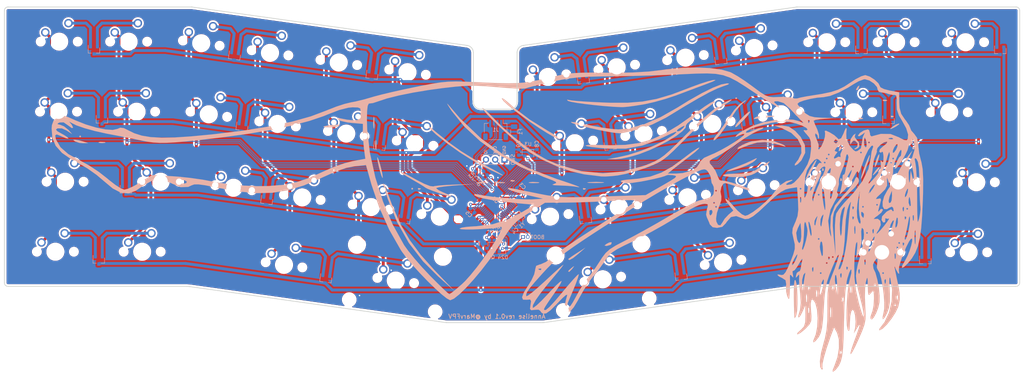
<source format=kicad_pcb>
(kicad_pcb (version 20171130) (host pcbnew "(5.1.8)-1")
  (layers (0 F.Cu signal) (31 B.Cu signal) (34 B.Paste user) (35 F.Paste user) (36 B.SilkS user) (37 F.SilkS user) (38 B.Mask user) (39 F.Mask user) (44 Edge.Cuts user))
  (net 0 "")
  (net 1 GND)
  (net 2 +3V3)
  (net 3 +5V)
  (net 4 Row0)
  (net 5 "Net-(D1-Pad2)")
  (net 6 "Net-(D1-Pad1)")
  (net 7 "Net-(D2-Pad2)")
  (net 8 "Net-(D2-Pad1)")
  (net 9 "Net-(D3-Pad2)")
  (net 10 "Net-(D3-Pad1)")
  (net 11 "Net-(D4-Pad2)")
  (net 12 "Net-(D4-Pad1)")
  (net 13 "Net-(D5-Pad2)")
  (net 14 "Net-(D5-Pad1)")
  (net 15 "Net-(D6-Pad2)")
  (net 16 "Net-(D6-Pad1)")
  (net 17 "Net-(D7-Pad2)")
  (net 18 "Net-(D7-Pad1)")
  (net 19 Row1)
  (net 20 "Net-(D8-Pad2)")
  (net 21 "Net-(D8-Pad1)")
  (net 22 "Net-(D9-Pad2)")
  (net 23 "Net-(D9-Pad1)")
  (net 24 "Net-(D10-Pad2)")
  (net 25 "Net-(D10-Pad1)")
  (net 26 "Net-(D11-Pad2)")
  (net 27 "Net-(D11-Pad1)")
  (net 28 "Net-(D12-Pad2)")
  (net 29 "Net-(D12-Pad1)")
  (net 30 "Net-(D13-Pad2)")
  (net 31 "Net-(D13-Pad1)")
  (net 32 Row2)
  (net 33 "Net-(D14-Pad2)")
  (net 34 "Net-(D14-Pad1)")
  (net 35 "Net-(D15-Pad2)")
  (net 36 "Net-(D15-Pad1)")
  (net 37 "Net-(D16-Pad2)")
  (net 38 "Net-(D16-Pad1)")
  (net 39 "Net-(D17-Pad2)")
  (net 40 "Net-(D17-Pad1)")
  (net 41 "Net-(D18-Pad2)")
  (net 42 "Net-(D18-Pad1)")
  (net 43 "Net-(D19-Pad2)")
  (net 44 "Net-(D19-Pad1)")
  (net 45 Row3)
  (net 46 "Net-(D20-Pad2)")
  (net 47 "Net-(D20-Pad1)")
  (net 48 "Net-(D21-Pad2)")
  (net 49 "Net-(D21-Pad1)")
  (net 50 "Net-(D22-Pad2)")
  (net 51 "Net-(D22-Pad1)")
  (net 52 "Net-(D23-Pad2)")
  (net 53 "Net-(D23-Pad1)")
  (net 54 VCC)
  (net 55 MCUD+)
  (net 56 MCUD-)
  (net 57 /SWDIO)
  (net 58 /SWDCLK)
  (net 59 Col0)
  (net 60 Col1)
  (net 61 Col2)
  (net 62 Col3)
  (net 63 Col4)
  (net 64 Col5)
  (net 65 Col6)
  (net 66 Col7)
  (net 67 Col8)
  (net 68 Col9)
  (net 69 Col10)
  (net 70 Col11)
  (net 71 Col12)
  (net 72 "Net-(U2-Pad46)")
  (net 73 "Net-(U2-Pad31)")
  (net 74 "Net-(U2-Pad22)")
  (net 75 "Net-(U2-Pad21)")
  (net 76 "Net-(U2-Pad20)")
  (net 77 "Net-(U2-Pad19)")
  (net 78 "Net-(U2-Pad18)")
  (net 79 "Net-(U2-Pad17)")
  (net 80 "Net-(U2-Pad12)")
  (net 81 "Net-(U2-Pad11)")
  (net 82 "Net-(U2-Pad10)")
  (net 83 "Net-(U2-Pad6)")
  (net 84 "Net-(U2-Pad5)")
  (net 85 "Net-(U2-Pad4)")
  (net 86 "Net-(U2-Pad3)")
  (net 87 "Net-(U2-Pad2)")
  (net 88 /RST)
  (net 89 "Net-(D24-Pad3)")
  (net 90 "Net-(D24-Pad2)")
  (net 91 "Net-(D24-Pad1)")
  (net 92 /BOOT)
  (module adela:exorcism (layer B.Cu) (at 160.830425 131.586795 180)
    (fp_text reference G*** hide)
    (fp_text value LOGO hide)
  )
  (module Connector_PinHeader_1.27mm:PinHeader_1x02_P1.27mm_Vertical (layer B.Cu) (at 170.552425 136.283795 270)
    (fp_text reference BOOT (at 0.05 -3.97 180) (layer B.SilkS) (effects (justify mirror)))
    (fp_text value SW_Push)
    (pad 2 thru_hole oval (at 0 -1.27 270) (size 1 1) (drill 0.65) (layers *.Cu *.Mask) (net 2 +3V3))
    (pad 1 thru_hole rect (at 0 0 270) (size 1 1) (drill 0.65) (layers *.Cu *.Mask) (net 91 "Net-(D24-Pad1)"))
  )
  (module Resistor_SMD:R_0603_1608Metric (layer B.Cu) (at 164.022425 136.358795 270)
    (fp_text reference R2 (at -2.225 0 90) (layer B.SilkS) (effects (justify mirror)))
    (fp_text value 100k)
    (pad 2 smd roundrect (at 0.825 0 270) (size 0.8 0.95) (layers B.Cu B.Paste B.Mask) (net 92 /BOOT))
    (pad 1 smd roundrect (at -0.825 0 270) (size 0.8 0.95) (layers B.Cu B.Paste B.Mask) (net 1 GND))
  )
  (module Resistor_SMD:R_0603_1608Metric (layer B.Cu) (at 162.672425 136.358795 270)
    (fp_text reference R1 (at -2.225 0.05 90) (layer B.SilkS) (effects (justify mirror)))
    (fp_text value 33k)
    (pad 2 smd roundrect (at 0.825 0 270) (size 0.8 0.95) (layers B.Cu B.Paste B.Mask) (net 92 /BOOT))
    (pad 1 smd roundrect (at -0.825 0 270) (size 0.8 0.95) (layers B.Cu B.Paste B.Mask) (net 89 "Net-(D24-Pad3)"))
  )
  (module Package_TO_SOT_SMD:SOT-23 (layer B.Cu) (at 161.672425 139.383795 180)
    (fp_text reference Q1 (at -0.15 -2.45) (layer B.SilkS) (effects (justify mirror)))
    (fp_text value DTC123J)
    (pad 3 smd rect (at 1 0 180) (size 0.9 0.8) (layers B.Cu B.Paste B.Mask) (net 88 /RST))
    (pad 2 smd rect (at -1 -0.95 180) (size 0.9 0.8) (layers B.Cu B.Paste B.Mask) (net 1 GND))
    (pad 1 smd rect (at -1 0.95 180) (size 0.9 0.8) (layers B.Cu B.Paste B.Mask) (net 91 "Net-(D24-Pad1)"))
  )
  (module Package_TO_SOT_SMD:SOT-23 (layer B.Cu) (at 165.022425 139.383795)
    (fp_text reference D24 (at 0 2.5) (layer B.SilkS) (effects (justify mirror)))
    (fp_text value BAT54C)
    (pad 3 smd rect (at 1 0) (size 0.9 0.8) (layers B.Cu B.Paste B.Mask) (net 89 "Net-(D24-Pad3)"))
    (pad 2 smd rect (at -1 -0.95) (size 0.9 0.8) (layers B.Cu B.Paste B.Mask) (net 90 "Net-(D24-Pad2)"))
    (pad 1 smd rect (at -1 0.95) (size 0.9 0.8) (layers B.Cu B.Paste B.Mask) (net 91 "Net-(D24-Pad1)"))
  )
  (module Capacitor_SMD:C_0603_1608Metric (layer B.Cu) (at 165.372425 136.358795 90)
    (fp_text reference C2 (at 2.225 -0.05 90) (layer B.SilkS) (effects (justify mirror)))
    (fp_text value 10uF)
    (pad 2 smd roundrect (at 0.775 0 90) (size 0.9 0.95) (layers B.Cu B.Paste B.Mask) (net 1 GND))
    (pad 1 smd roundrect (at -0.775 0 90) (size 0.9 0.95) (layers B.Cu B.Paste B.Mask) (net 92 /BOOT))
  )
  (module Capacitor_SMD:C_0603_1608Metric (layer B.Cu) (at 161.322425 136.358795 270)
    (fp_text reference C1 (at -2.225 0 90) (layer B.SilkS) (effects (justify mirror)))
    (fp_text value 4.7uF)
    (pad 2 smd roundrect (at 0.775 0 270) (size 0.9 0.95) (layers B.Cu B.Paste B.Mask) (net 88 /RST))
    (pad 1 smd roundrect (at -0.775 0 270) (size 0.9 0.95) (layers B.Cu B.Paste B.Mask) (net 1 GND))
  )
  (module Crystal:Resonator_SMD_muRata_CSTxExxV-3Pin_3.0x1.1mm (layer B.Cu) (at 168.922425 131.358795 225)
    (fp_text reference Y1 (at 0.265165 -2.103643 45) (layer B.SilkS) (effects (justify mirror)))
    (fp_text value Resonator_Small)
    (pad 3 smd rect (at 1.2 0 225) (size 0.4 1.9) (layers B.Cu B.Paste B.Mask) (net 83 "Net-(U2-Pad6)"))
    (pad 2 smd rect (at 0 0 225) (size 0.4 1.9) (layers B.Cu B.Paste B.Mask) (net 1 GND))
    (pad 1 smd rect (at -1.2 0 225) (size 0.4 1.9) (layers B.Cu B.Paste B.Mask) (net 84 "Net-(U2-Pad5)"))
  )
  (module Package_TO_SOT_SMD:SOT-23 (layer B.Cu) (at 171.872425 113.033795 90)
    (fp_text reference U3 (at 2.2 0.05 180) (layer B.SilkS) (effects (justify mirror)))
    (fp_text value XC6206P332MR)
    (pad 3 smd rect (at 1 0 90) (size 0.9 0.8) (layers B.Cu B.Paste B.Mask) (net 3 +5V))
    (pad 2 smd rect (at -1 -0.95 90) (size 0.9 0.8) (layers B.Cu B.Paste B.Mask) (net 2 +3V3))
    (pad 1 smd rect (at -1 0.95 90) (size 0.9 0.8) (layers B.Cu B.Paste B.Mask) (net 1 GND))
  )
  (module Package_QFP:LQFP-48_7x7mm_P0.5mm (layer B.Cu) (at 163.022425 126.183795 135)
    (fp_text reference U2 (at 0.106066 -0.035355 135) (layer B.SilkS) (effects (justify mirror)))
    (fp_text value STM32F103CBTx)
    (pad 48 smd roundrect (at -2.75 4.1625 135) (size 0.3 1.475) (layers B.Cu B.Paste B.Mask) (net 2 +3V3))
    (pad 47 smd roundrect (at -2.25 4.1625 135) (size 0.3 1.475) (layers B.Cu B.Paste B.Mask) (net 1 GND))
    (pad 46 smd roundrect (at -1.75 4.1625 135) (size 0.3 1.475) (layers B.Cu B.Paste B.Mask) (net 72 "Net-(U2-Pad46)"))
    (pad 45 smd roundrect (at -1.25 4.1625 135) (size 0.3 1.475) (layers B.Cu B.Paste B.Mask) (net 65 Col6))
    (pad 44 smd roundrect (at -0.75 4.1625 135) (size 0.3 1.475) (layers B.Cu B.Paste B.Mask) (net 92 /BOOT))
    (pad 43 smd roundrect (at -0.25 4.1625 135) (size 0.3 1.475) (layers B.Cu B.Paste B.Mask) (net 66 Col7))
    (pad 42 smd roundrect (at 0.25 4.1625 135) (size 0.3 1.475) (layers B.Cu B.Paste B.Mask) (net 67 Col8))
    (pad 41 smd roundrect (at 0.75 4.1625 135) (size 0.3 1.475) (layers B.Cu B.Paste B.Mask) (net 68 Col9))
    (pad 40 smd roundrect (at 1.25 4.1625 135) (size 0.3 1.475) (layers B.Cu B.Paste B.Mask) (net 69 Col10))
    (pad 39 smd roundrect (at 1.75 4.1625 135) (size 0.3 1.475) (layers B.Cu B.Paste B.Mask) (net 70 Col11))
    (pad 38 smd roundrect (at 2.25 4.1625 135) (size 0.3 1.475) (layers B.Cu B.Paste B.Mask) (net 71 Col12))
    (pad 37 smd roundrect (at 2.75 4.1625 135) (size 0.3 1.475) (layers B.Cu B.Paste B.Mask) (net 58 /SWDCLK))
    (pad 36 smd roundrect (at 4.1625 2.75 135) (size 1.475 0.3) (layers B.Cu B.Paste B.Mask) (net 2 +3V3))
    (pad 35 smd roundrect (at 4.1625 2.25 135) (size 1.475 0.3) (layers B.Cu B.Paste B.Mask) (net 1 GND))
    (pad 34 smd roundrect (at 4.1625 1.75 135) (size 1.475 0.3) (layers B.Cu B.Paste B.Mask) (net 57 /SWDIO))
    (pad 33 smd roundrect (at 4.1625 1.25 135) (size 1.475 0.3) (layers B.Cu B.Paste B.Mask) (net 55 MCUD+))
    (pad 32 smd roundrect (at 4.1625 0.75 135) (size 1.475 0.3) (layers B.Cu B.Paste B.Mask) (net 56 MCUD-))
    (pad 31 smd roundrect (at 4.1625 0.25 135) (size 1.475 0.3) (layers B.Cu B.Paste B.Mask) (net 73 "Net-(U2-Pad31)"))
    (pad 30 smd roundrect (at 4.1625 -0.25 135) (size 1.475 0.3) (layers B.Cu B.Paste B.Mask) (net 59 Col0))
    (pad 29 smd roundrect (at 4.1625 -0.75 135) (size 1.475 0.3) (layers B.Cu B.Paste B.Mask) (net 60 Col1))
    (pad 28 smd roundrect (at 4.1625 -1.25 135) (size 1.475 0.3) (layers B.Cu B.Paste B.Mask) (net 61 Col2))
    (pad 27 smd roundrect (at 4.1625 -1.75 135) (size 1.475 0.3) (layers B.Cu B.Paste B.Mask) (net 62 Col3))
    (pad 26 smd roundrect (at 4.1625 -2.25 135) (size 1.475 0.3) (layers B.Cu B.Paste B.Mask) (net 63 Col4))
    (pad 25 smd roundrect (at 4.1625 -2.75 135) (size 1.475 0.3) (layers B.Cu B.Paste B.Mask) (net 64 Col5))
    (pad 24 smd roundrect (at 2.75 -4.1625 135) (size 0.3 1.475) (layers B.Cu B.Paste B.Mask) (net 2 +3V3))
    (pad 23 smd roundrect (at 2.25 -4.1625 135) (size 0.3 1.475) (layers B.Cu B.Paste B.Mask) (net 1 GND))
    (pad 22 smd roundrect (at 1.75 -4.1625 135) (size 0.3 1.475) (layers B.Cu B.Paste B.Mask) (net 74 "Net-(U2-Pad22)"))
    (pad 21 smd roundrect (at 1.25 -4.1625 135) (size 0.3 1.475) (layers B.Cu B.Paste B.Mask) (net 75 "Net-(U2-Pad21)"))
    (pad 20 smd roundrect (at 0.75 -4.1625 135) (size 0.3 1.475) (layers B.Cu B.Paste B.Mask) (net 76 "Net-(U2-Pad20)"))
    (pad 19 smd roundrect (at 0.25 -4.1625 135) (size 0.3 1.475) (layers B.Cu B.Paste B.Mask) (net 77 "Net-(U2-Pad19)"))
    (pad 18 smd roundrect (at -0.25 -4.1625 135) (size 0.3 1.475) (layers B.Cu B.Paste B.Mask) (net 78 "Net-(U2-Pad18)"))
    (pad 17 smd roundrect (at -0.75 -4.1625 135) (size 0.3 1.475) (layers B.Cu B.Paste B.Mask) (net 79 "Net-(U2-Pad17)"))
    (pad 16 smd roundrect (at -1.25 -4.1625 135) (size 0.3 1.475) (layers B.Cu B.Paste B.Mask) (net 4 Row0))
    (pad 15 smd roundrect (at -1.75 -4.1625 135) (size 0.3 1.475) (layers B.Cu B.Paste B.Mask) (net 19 Row1))
    (pad 14 smd roundrect (at -2.25 -4.1625 135) (size 0.3 1.475) (layers B.Cu B.Paste B.Mask) (net 32 Row2))
    (pad 13 smd roundrect (at -2.75 -4.1625 135) (size 0.3 1.475) (layers B.Cu B.Paste B.Mask) (net 45 Row3))
    (pad 12 smd roundrect (at -4.1625 -2.75 135) (size 1.475 0.3) (layers B.Cu B.Paste B.Mask) (net 80 "Net-(U2-Pad12)"))
    (pad 11 smd roundrect (at -4.1625 -2.25 135) (size 1.475 0.3) (layers B.Cu B.Paste B.Mask) (net 81 "Net-(U2-Pad11)"))
    (pad 10 smd roundrect (at -4.1625 -1.75 135) (size 1.475 0.3) (layers B.Cu B.Paste B.Mask) (net 82 "Net-(U2-Pad10)"))
    (pad 9 smd roundrect (at -4.1625 -1.25 135) (size 1.475 0.3) (layers B.Cu B.Paste B.Mask) (net 2 +3V3))
    (pad 8 smd roundrect (at -4.1625 -0.75 135) (size 1.475 0.3) (layers B.Cu B.Paste B.Mask) (net 1 GND))
    (pad 7 smd roundrect (at -4.1625 -0.25 135) (size 1.475 0.3) (layers B.Cu B.Paste B.Mask) (net 88 /RST))
    (pad 6 smd roundrect (at -4.1625 0.25 135) (size 1.475 0.3) (layers B.Cu B.Paste B.Mask) (net 83 "Net-(U2-Pad6)"))
    (pad 5 smd roundrect (at -4.1625 0.75 135) (size 1.475 0.3) (layers B.Cu B.Paste B.Mask) (net 84 "Net-(U2-Pad5)"))
    (pad 4 smd roundrect (at -4.1625 1.25 135) (size 1.475 0.3) (layers B.Cu B.Paste B.Mask) (net 85 "Net-(U2-Pad4)"))
    (pad 3 smd roundrect (at -4.1625 1.75 135) (size 1.475 0.3) (layers B.Cu B.Paste B.Mask) (net 86 "Net-(U2-Pad3)"))
    (pad 2 smd roundrect (at -4.1625 2.25 135) (size 1.475 0.3) (layers B.Cu B.Paste B.Mask) (net 87 "Net-(U2-Pad2)"))
    (pad 1 smd roundrect (at -4.1625 2.75 135) (size 1.475 0.3) (layers B.Cu B.Paste B.Mask) (net 2 +3V3))
  )
  (module mxswitches:SW_MX_1.25u (layer F.Cu) (at 292.821477 140.499065)
    (fp_text reference SW46 hide)
    (fp_text value SW_Push_45deg hide)
    (pad 2 thru_hole circle (at 2.54 -5.08) (size 2.3 2.3) (drill 1.524) (layers *.Cu B.Mask) (net 52 "Net-(D23-Pad2)"))
    (pad 1 thru_hole circle (at -3.81 -2.54) (size 2.3 2.3) (drill 1.524) (layers *.Cu B.Mask) (net 71 Col12))
    (pad "" np_thru_hole circle (at -5.08 0) (size 1.75 1.75) (drill 1.75) (layers *.Cu *.Mask))
    (pad "" np_thru_hole circle (at 5.08 0) (size 1.75 1.75) (drill 1.75) (layers *.Cu *.Mask))
    (pad "" np_thru_hole circle (at 0 0) (size 3.9878 3.9878) (drill 3.9878) (layers *.Cu *.Mask))
  )
  (module mxswitches:SW_MX_1.25u (layer F.Cu) (at 269.008977 140.499062)
    (fp_text reference SW45 hide)
    (fp_text value SW_Push_45deg hide)
    (pad 2 thru_hole circle (at 2.54 -5.08) (size 2.3 2.3) (drill 1.524) (layers *.Cu B.Mask) (net 53 "Net-(D23-Pad1)"))
    (pad 1 thru_hole circle (at -3.81 -2.54) (size 2.3 2.3) (drill 1.524) (layers *.Cu B.Mask) (net 70 Col11))
    (pad "" np_thru_hole circle (at -5.08 0) (size 1.75 1.75) (drill 1.75) (layers *.Cu *.Mask))
    (pad "" np_thru_hole circle (at 5.08 0) (size 1.75 1.75) (drill 1.75) (layers *.Cu *.Mask))
    (pad "" np_thru_hole circle (at 0 0) (size 3.9878 3.9878) (drill 3.9878) (layers *.Cu *.Mask))
  )
  (module mxswitches:SW_MX_1.25u (layer F.Cu) (at 225.418961 143.27256 8)
    (fp_text reference SW44 hide)
    (fp_text value SW_Push_45deg hide)
    (pad 2 thru_hole circle (at 2.54 -5.08 8) (size 2.3 2.3) (drill 1.524) (layers *.Cu B.Mask) (net 50 "Net-(D22-Pad2)"))
    (pad 1 thru_hole circle (at -3.81 -2.54 8) (size 2.3 2.3) (drill 1.524) (layers *.Cu B.Mask) (net 67 Col8))
    (pad "" np_thru_hole circle (at -5.08 0 8) (size 1.75 1.75) (drill 1.75) (layers *.Cu *.Mask))
    (pad "" np_thru_hole circle (at 5.08 0 8) (size 1.75 1.75) (drill 1.75) (layers *.Cu *.Mask))
    (pad "" np_thru_hole circle (at 0 0 8) (size 3.9878 3.9878) (drill 3.9878) (layers *.Cu *.Mask))
  )
  (module mxswitches:SW_MX_1u (layer F.Cu) (at 192.405899 147.912243 8)
    (fp_text reference SW43 hide)
    (fp_text value SW_Push_45deg hide)
    (pad 2 thru_hole circle (at 2.54 -5.08 8) (size 2.3 2.3) (drill 1.524) (layers *.Cu B.Mask) (net 51 "Net-(D22-Pad1)"))
    (pad 1 thru_hole circle (at -3.81 -2.54 8) (size 2.3 2.3) (drill 1.524) (layers *.Cu B.Mask) (net 66 Col7))
    (pad "" np_thru_hole circle (at -5.08 0 8) (size 1.75 1.75) (drill 1.75) (layers *.Cu *.Mask))
    (pad "" np_thru_hole circle (at 5.08 0 8) (size 1.75 1.75) (drill 1.75) (layers *.Cu *.Mask))
    (pad "" np_thru_hole circle (at 0 0 8) (size 3.9878 3.9878) (drill 3.9878) (layers *.Cu *.Mask))
  )
  (module mxswitches:SW_MX_1u (layer F.Cu) (at 135.607231 148.259857 352)
    (fp_text reference SW42 hide)
    (fp_text value SW_Push_45deg hide)
    (pad 2 thru_hole circle (at 2.54 -5.08 352) (size 2.3 2.3) (drill 1.524) (layers *.Cu B.Mask) (net 48 "Net-(D21-Pad2)"))
    (pad 1 thru_hole circle (at -3.81 -2.54 352) (size 2.3 2.3) (drill 1.524) (layers *.Cu B.Mask) (net 63 Col4))
    (pad "" np_thru_hole circle (at -5.08 0 352) (size 1.75 1.75) (drill 1.75) (layers *.Cu *.Mask))
    (pad "" np_thru_hole circle (at 5.08 0 352) (size 1.75 1.75) (drill 1.75) (layers *.Cu *.Mask))
    (pad "" np_thru_hole circle (at 0 0 352) (size 3.9878 3.9878) (drill 3.9878) (layers *.Cu *.Mask))
  )
  (module mxswitches:SW_MX_1.25u (layer F.Cu) (at 104.952245 143.95158 352)
    (fp_text reference SW41 hide)
    (fp_text value SW_Push_45deg hide)
    (pad 2 thru_hole circle (at 2.54 -5.08 352) (size 2.3 2.3) (drill 1.524) (layers *.Cu B.Mask) (net 49 "Net-(D21-Pad1)"))
    (pad 1 thru_hole circle (at -3.81 -2.54 352) (size 2.3 2.3) (drill 1.524) (layers *.Cu B.Mask) (net 62 Col3))
    (pad "" np_thru_hole circle (at -5.08 0 352) (size 1.75 1.75) (drill 1.75) (layers *.Cu *.Mask))
    (pad "" np_thru_hole circle (at 5.08 0 352) (size 1.75 1.75) (drill 1.75) (layers *.Cu *.Mask))
    (pad "" np_thru_hole circle (at 0 0 352) (size 3.9878 3.9878) (drill 3.9878) (layers *.Cu *.Mask))
  )
  (module mxswitches:SW_MX_1.25u (layer F.Cu) (at 66.033477 140.347253)
    (fp_text reference SW40 hide)
    (fp_text value SW_Push_45deg hide)
    (pad 2 thru_hole circle (at 2.54 -5.08) (size 2.3 2.3) (drill 1.524) (layers *.Cu B.Mask) (net 46 "Net-(D20-Pad2)"))
    (pad 1 thru_hole circle (at -3.81 -2.54) (size 2.3 2.3) (drill 1.524) (layers *.Cu B.Mask) (net 60 Col1))
    (pad "" np_thru_hole circle (at -5.08 0) (size 1.75 1.75) (drill 1.75) (layers *.Cu *.Mask))
    (pad "" np_thru_hole circle (at 5.08 0) (size 1.75 1.75) (drill 1.75) (layers *.Cu *.Mask))
    (pad "" np_thru_hole circle (at 0 0) (size 3.9878 3.9878) (drill 3.9878) (layers *.Cu *.Mask))
  )
  (module mxswitches:SW_MX_1.25u (layer F.Cu) (at 42.220978 140.347254)
    (fp_text reference SW39 hide)
    (fp_text value SW_Push_45deg hide)
    (pad 2 thru_hole circle (at 2.54 -5.08) (size 2.3 2.3) (drill 1.524) (layers *.Cu B.Mask) (net 47 "Net-(D20-Pad1)"))
    (pad 1 thru_hole circle (at -3.81 -2.54) (size 2.3 2.3) (drill 1.524) (layers *.Cu B.Mask) (net 59 Col0))
    (pad "" np_thru_hole circle (at -5.08 0) (size 1.75 1.75) (drill 1.75) (layers *.Cu *.Mask))
    (pad "" np_thru_hole circle (at 5.08 0) (size 1.75 1.75) (drill 1.75) (layers *.Cu *.Mask))
    (pad "" np_thru_hole circle (at 0 0) (size 3.9878 3.9878) (drill 3.9878) (layers *.Cu *.Mask))
  )
  (module mxswitches:SW_MX_1.25u (layer F.Cu) (at 294.918978 121.259512)
    (fp_text reference SW38 hide)
    (fp_text value SW_Push_45deg hide)
    (pad 2 thru_hole circle (at 2.54 -5.08) (size 2.3 2.3) (drill 1.524) (layers *.Cu B.Mask) (net 17 "Net-(D7-Pad2)"))
    (pad 1 thru_hole circle (at -3.81 -2.54) (size 2.3 2.3) (drill 1.524) (layers *.Cu B.Mask) (net 71 Col12))
    (pad "" np_thru_hole circle (at -5.08 0) (size 1.75 1.75) (drill 1.75) (layers *.Cu *.Mask))
    (pad "" np_thru_hole circle (at 5.08 0) (size 1.75 1.75) (drill 1.75) (layers *.Cu *.Mask))
    (pad "" np_thru_hole circle (at 0 0) (size 3.9878 3.9878) (drill 3.9878) (layers *.Cu *.Mask))
  )
  (module mxswitches:SW_MX_1u (layer F.Cu) (at 273.487727 121.259514)
    (fp_text reference SW37 hide)
    (fp_text value SW_Push_45deg hide)
    (pad 2 thru_hole circle (at 2.54 -5.08) (size 2.3 2.3) (drill 1.524) (layers *.Cu B.Mask) (net 43 "Net-(D19-Pad2)"))
    (pad 1 thru_hole circle (at -3.81 -2.54) (size 2.3 2.3) (drill 1.524) (layers *.Cu B.Mask) (net 70 Col11))
    (pad "" np_thru_hole circle (at -5.08 0) (size 1.75 1.75) (drill 1.75) (layers *.Cu *.Mask))
    (pad "" np_thru_hole circle (at 5.08 0) (size 1.75 1.75) (drill 1.75) (layers *.Cu *.Mask))
    (pad "" np_thru_hole circle (at 0 0) (size 3.9878 3.9878) (drill 3.9878) (layers *.Cu *.Mask))
  )
  (module mxswitches:SW_MX_1u (layer F.Cu) (at 254.437727 121.259513)
    (fp_text reference SW36 hide)
    (fp_text value SW_Push_45deg hide)
    (pad 2 thru_hole circle (at 2.54 -5.08) (size 2.3 2.3) (drill 1.524) (layers *.Cu B.Mask) (net 44 "Net-(D19-Pad1)"))
    (pad 1 thru_hole circle (at -3.81 -2.54) (size 2.3 2.3) (drill 1.524) (layers *.Cu B.Mask) (net 69 Col10))
    (pad "" np_thru_hole circle (at -5.08 0) (size 1.75 1.75) (drill 1.75) (layers *.Cu *.Mask))
    (pad "" np_thru_hole circle (at 5.08 0) (size 1.75 1.75) (drill 1.75) (layers *.Cu *.Mask))
    (pad "" np_thru_hole circle (at 0 0) (size 3.9878 3.9878) (drill 3.9878) (layers *.Cu *.Mask))
  )
  (module mxswitches:SW_MX_1u (layer F.Cu) (at 234.558092 122.750923 8)
    (fp_text reference SW35 hide)
    (fp_text value SW_Push_45deg hide)
    (pad 2 thru_hole circle (at 2.54 -5.08 8) (size 2.3 2.3) (drill 1.524) (layers *.Cu B.Mask) (net 41 "Net-(D18-Pad2)"))
    (pad 1 thru_hole circle (at -3.81 -2.54 8) (size 2.3 2.3) (drill 1.524) (layers *.Cu B.Mask) (net 68 Col9))
    (pad "" np_thru_hole circle (at -5.08 0 8) (size 1.75 1.75) (drill 1.75) (layers *.Cu *.Mask))
    (pad "" np_thru_hole circle (at 5.08 0 8) (size 1.75 1.75) (drill 1.75) (layers *.Cu *.Mask))
    (pad "" np_thru_hole circle (at 0 0 8) (size 3.9878 3.9878) (drill 3.9878) (layers *.Cu *.Mask))
  )
  (module mxswitches:SW_MX_1u (layer F.Cu) (at 215.693486 125.402171 8)
    (fp_text reference SW34 hide)
    (fp_text value SW_Push_45deg hide)
    (pad 2 thru_hole circle (at 2.54 -5.08 8) (size 2.3 2.3) (drill 1.524) (layers *.Cu B.Mask) (net 42 "Net-(D18-Pad1)"))
    (pad 1 thru_hole circle (at -3.81 -2.54 8) (size 2.3 2.3) (drill 1.524) (layers *.Cu B.Mask) (net 67 Col8))
    (pad "" np_thru_hole circle (at -5.08 0 8) (size 1.75 1.75) (drill 1.75) (layers *.Cu *.Mask))
    (pad "" np_thru_hole circle (at 5.08 0 8) (size 1.75 1.75) (drill 1.75) (layers *.Cu *.Mask))
    (pad "" np_thru_hole circle (at 0 0 8) (size 3.9878 3.9878) (drill 3.9878) (layers *.Cu *.Mask))
  )
  (module mxswitches:SW_MX_1u (layer F.Cu) (at 196.828879 128.053419 8)
    (fp_text reference SW33 hide)
    (fp_text value SW_Push_45deg hide)
    (pad 2 thru_hole circle (at 2.54 -5.08 8) (size 2.3 2.3) (drill 1.524) (layers *.Cu B.Mask) (net 39 "Net-(D17-Pad2)"))
    (pad 1 thru_hole circle (at -3.81 -2.54 8) (size 2.3 2.3) (drill 1.524) (layers *.Cu B.Mask) (net 66 Col7))
    (pad "" np_thru_hole circle (at -5.08 0 8) (size 1.75 1.75) (drill 1.75) (layers *.Cu *.Mask))
    (pad "" np_thru_hole circle (at 5.08 0 8) (size 1.75 1.75) (drill 1.75) (layers *.Cu *.Mask))
    (pad "" np_thru_hole circle (at 0 0 8) (size 3.9878 3.9878) (drill 3.9878) (layers *.Cu *.Mask))
  )
  (module mxswitches:SW_MX_1u (layer F.Cu) (at 177.964272 130.704666 8)
    (fp_text reference SW32 hide)
    (fp_text value SW_Push_45deg hide)
    (pad 2 thru_hole circle (at 2.54 -5.08 8) (size 2.3 2.3) (drill 1.524) (layers *.Cu B.Mask) (net 40 "Net-(D17-Pad1)"))
    (pad 1 thru_hole circle (at -3.81 -2.54 8) (size 2.3 2.3) (drill 1.524) (layers *.Cu B.Mask) (net 65 Col6))
    (pad "" np_thru_hole circle (at -5.08 0 8) (size 1.75 1.75) (drill 1.75) (layers *.Cu *.Mask))
    (pad "" np_thru_hole circle (at 5.08 0 8) (size 1.75 1.75) (drill 1.75) (layers *.Cu *.Mask))
    (pad "" np_thru_hole circle (at 0 0 8) (size 3.9878 3.9878) (drill 3.9878) (layers *.Cu *.Mask))
  )
  (module mxswitches:SW_MX_1u (layer F.Cu) (at 147.690782 130.720874 352)
    (fp_text reference SW31 hide)
    (fp_text value SW_Push_45deg hide)
    (pad 2 thru_hole circle (at 2.54 -5.08 352) (size 2.3 2.3) (drill 1.524) (layers *.Cu B.Mask) (net 37 "Net-(D16-Pad2)"))
    (pad 1 thru_hole circle (at -3.81 -2.54 352) (size 2.3 2.3) (drill 1.524) (layers *.Cu B.Mask) (net 64 Col5))
    (pad "" np_thru_hole circle (at -5.08 0 352) (size 1.75 1.75) (drill 1.75) (layers *.Cu *.Mask))
    (pad "" np_thru_hole circle (at 5.08 0 352) (size 1.75 1.75) (drill 1.75) (layers *.Cu *.Mask))
    (pad "" np_thru_hole circle (at 0 0 352) (size 3.9878 3.9878) (drill 3.9878) (layers *.Cu *.Mask))
  )
  (module mxswitches:SW_MX_1u (layer F.Cu) (at 128.826175 128.069628 352)
    (fp_text reference SW30 hide)
    (fp_text value SW_Push_45deg hide)
    (pad 2 thru_hole circle (at 2.54 -5.08 352) (size 2.3 2.3) (drill 1.524) (layers *.Cu B.Mask) (net 38 "Net-(D16-Pad1)"))
    (pad 1 thru_hole circle (at -3.81 -2.54 352) (size 2.3 2.3) (drill 1.524) (layers *.Cu B.Mask) (net 63 Col4))
    (pad "" np_thru_hole circle (at -5.08 0 352) (size 1.75 1.75) (drill 1.75) (layers *.Cu *.Mask))
    (pad "" np_thru_hole circle (at 5.08 0 352) (size 1.75 1.75) (drill 1.75) (layers *.Cu *.Mask))
    (pad "" np_thru_hole circle (at 0 0 352) (size 3.9878 3.9878) (drill 3.9878) (layers *.Cu *.Mask))
  )
  (module mxswitches:SW_MX_1u (layer F.Cu) (at 109.961568 125.418379 352)
    (fp_text reference SW29 hide)
    (fp_text value SW_Push_45deg hide)
    (pad 2 thru_hole circle (at 2.54 -5.08 352) (size 2.3 2.3) (drill 1.524) (layers *.Cu B.Mask) (net 35 "Net-(D15-Pad2)"))
    (pad 1 thru_hole circle (at -3.81 -2.54 352) (size 2.3 2.3) (drill 1.524) (layers *.Cu B.Mask) (net 62 Col3))
    (pad "" np_thru_hole circle (at -5.08 0 352) (size 1.75 1.75) (drill 1.75) (layers *.Cu *.Mask))
    (pad "" np_thru_hole circle (at 5.08 0 352) (size 1.75 1.75) (drill 1.75) (layers *.Cu *.Mask))
    (pad "" np_thru_hole circle (at 0 0 352) (size 3.9878 3.9878) (drill 3.9878) (layers *.Cu *.Mask))
  )
  (module mxswitches:SW_MX_1u (layer F.Cu) (at 91.096961 122.76713 352)
    (fp_text reference SW28 hide)
    (fp_text value SW_Push_45deg hide)
    (pad 2 thru_hole circle (at 2.54 -5.08 352) (size 2.3 2.3) (drill 1.524) (layers *.Cu B.Mask) (net 36 "Net-(D15-Pad1)"))
    (pad 1 thru_hole circle (at -3.81 -2.54 352) (size 2.3 2.3) (drill 1.524) (layers *.Cu B.Mask) (net 61 Col2))
    (pad "" np_thru_hole circle (at -5.08 0 352) (size 1.75 1.75) (drill 1.75) (layers *.Cu *.Mask))
    (pad "" np_thru_hole circle (at 5.08 0 352) (size 1.75 1.75) (drill 1.75) (layers *.Cu *.Mask))
    (pad "" np_thru_hole circle (at 0 0 352) (size 3.9878 3.9878) (drill 3.9878) (layers *.Cu *.Mask))
  )
  (module mxswitches:SW_MX_1u (layer F.Cu) (at 71.081729 121.107703)
    (fp_text reference SW27 hide)
    (fp_text value SW_Push_45deg hide)
    (pad 2 thru_hole circle (at 2.54 -5.08) (size 2.3 2.3) (drill 1.524) (layers *.Cu B.Mask) (net 33 "Net-(D14-Pad2)"))
    (pad 1 thru_hole circle (at -3.81 -2.54) (size 2.3 2.3) (drill 1.524) (layers *.Cu B.Mask) (net 60 Col1))
    (pad "" np_thru_hole circle (at -5.08 0) (size 1.75 1.75) (drill 1.75) (layers *.Cu *.Mask))
    (pad "" np_thru_hole circle (at 5.08 0) (size 1.75 1.75) (drill 1.75) (layers *.Cu *.Mask))
    (pad "" np_thru_hole circle (at 0 0) (size 3.9878 3.9878) (drill 3.9878) (layers *.Cu *.Mask))
  )
  (module mxswitches:SW_MX_1.75u (layer F.Cu) (at 44.887978 121.107702)
    (fp_text reference SW26 hide)
    (fp_text value SW_Push_45deg hide)
    (pad 2 thru_hole circle (at 2.54 -5.08) (size 2.3 2.3) (drill 1.524) (layers *.Cu B.Mask) (net 34 "Net-(D14-Pad1)"))
    (pad 1 thru_hole circle (at -3.81 -2.54) (size 2.3 2.3) (drill 1.524) (layers *.Cu B.Mask) (net 59 Col0))
    (pad "" np_thru_hole circle (at -5.08 0) (size 1.75 1.75) (drill 1.75) (layers *.Cu *.Mask))
    (pad "" np_thru_hole circle (at 5.08 0) (size 1.75 1.75) (drill 1.75) (layers *.Cu *.Mask))
    (pad "" np_thru_hole circle (at 0 0) (size 3.9878 3.9878) (drill 3.9878) (layers *.Cu *.Mask))
  )
  (module mxswitches:SW_MX_1.75u (layer F.Cu) (at 287.488976 102.018715)
    (fp_text reference SW25 hide)
    (fp_text value SW_Push_45deg hide)
    (pad 2 thru_hole circle (at 2.54 -5.08) (size 2.3 2.3) (drill 1.524) (layers *.Cu B.Mask) (net 30 "Net-(D13-Pad2)"))
    (pad 1 thru_hole circle (at -3.81 -2.54) (size 2.3 2.3) (drill 1.524) (layers *.Cu B.Mask) (net 70 Col11))
    (pad "" np_thru_hole circle (at -5.08 0) (size 1.75 1.75) (drill 1.75) (layers *.Cu *.Mask))
    (pad "" np_thru_hole circle (at 5.08 0) (size 1.75 1.75) (drill 1.75) (layers *.Cu *.Mask))
    (pad "" np_thru_hole circle (at 0 0) (size 3.9878 3.9878) (drill 3.9878) (layers *.Cu *.Mask))
  )
  (module mxswitches:SW_MX_1u (layer F.Cu) (at 261.295226 102.018714)
    (fp_text reference SW24 hide)
    (fp_text value SW_Push_45deg hide)
    (pad 2 thru_hole circle (at 2.54 -5.08) (size 2.3 2.3) (drill 1.524) (layers *.Cu B.Mask) (net 31 "Net-(D13-Pad1)"))
    (pad 1 thru_hole circle (at -3.81 -2.54) (size 2.3 2.3) (drill 1.524) (layers *.Cu B.Mask) (net 69 Col10))
    (pad "" np_thru_hole circle (at -5.08 0) (size 1.75 1.75) (drill 1.75) (layers *.Cu *.Mask))
    (pad "" np_thru_hole circle (at 5.08 0) (size 1.75 1.75) (drill 1.75) (layers *.Cu *.Mask))
    (pad "" np_thru_hole circle (at 0 0) (size 3.9878 3.9878) (drill 3.9878) (layers *.Cu *.Mask))
  )
  (module mxswitches:SW_MX_1u (layer F.Cu) (at 241.339148 102.560693 8)
    (fp_text reference SW23 hide)
    (fp_text value SW_Push_45deg hide)
    (pad 2 thru_hole circle (at 2.54 -5.08 8) (size 2.3 2.3) (drill 1.524) (layers *.Cu B.Mask) (net 28 "Net-(D12-Pad2)"))
    (pad 1 thru_hole circle (at -3.81 -2.54 8) (size 2.3 2.3) (drill 1.524) (layers *.Cu B.Mask) (net 68 Col9))
    (pad "" np_thru_hole circle (at -5.08 0 8) (size 1.75 1.75) (drill 1.75) (layers *.Cu *.Mask))
    (pad "" np_thru_hole circle (at 5.08 0 8) (size 1.75 1.75) (drill 1.75) (layers *.Cu *.Mask))
    (pad "" np_thru_hole circle (at 0 0 8) (size 3.9878 3.9878) (drill 3.9878) (layers *.Cu *.Mask))
  )
  (module mxswitches:SW_MX_1u (layer F.Cu) (at 222.474542 105.211941 8)
    (fp_text reference SW22 hide)
    (fp_text value SW_Push_45deg hide)
    (pad 2 thru_hole circle (at 2.54 -5.08 8) (size 2.3 2.3) (drill 1.524) (layers *.Cu B.Mask) (net 29 "Net-(D12-Pad1)"))
    (pad 1 thru_hole circle (at -3.81 -2.54 8) (size 2.3 2.3) (drill 1.524) (layers *.Cu B.Mask) (net 67 Col8))
    (pad "" np_thru_hole circle (at -5.08 0 8) (size 1.75 1.75) (drill 1.75) (layers *.Cu *.Mask))
    (pad "" np_thru_hole circle (at 5.08 0 8) (size 1.75 1.75) (drill 1.75) (layers *.Cu *.Mask))
    (pad "" np_thru_hole circle (at 0 0 8) (size 3.9878 3.9878) (drill 3.9878) (layers *.Cu *.Mask))
  )
  (module mxswitches:SW_MX_1u (layer F.Cu) (at 203.609935 107.863189 8)
    (fp_text reference SW21 hide)
    (fp_text value SW_Push_45deg hide)
    (pad 2 thru_hole circle (at 2.54 -5.08 8) (size 2.3 2.3) (drill 1.524) (layers *.Cu B.Mask) (net 26 "Net-(D11-Pad2)"))
    (pad 1 thru_hole circle (at -3.81 -2.54 8) (size 2.3 2.3) (drill 1.524) (layers *.Cu B.Mask) (net 66 Col7))
    (pad "" np_thru_hole circle (at -5.08 0 8) (size 1.75 1.75) (drill 1.75) (layers *.Cu *.Mask))
    (pad "" np_thru_hole circle (at 5.08 0 8) (size 1.75 1.75) (drill 1.75) (layers *.Cu *.Mask))
    (pad "" np_thru_hole circle (at 0 0 8) (size 3.9878 3.9878) (drill 3.9878) (layers *.Cu *.Mask))
  )
  (module mxswitches:SW_MX_1u (layer F.Cu) (at 184.745328 110.514435 8)
    (fp_text reference SW20 hide)
    (fp_text value SW_Push_45deg hide)
    (pad 2 thru_hole circle (at 2.54 -5.08 8) (size 2.3 2.3) (drill 1.524) (layers *.Cu B.Mask) (net 27 "Net-(D11-Pad1)"))
    (pad 1 thru_hole circle (at -3.81 -2.54 8) (size 2.3 2.3) (drill 1.524) (layers *.Cu B.Mask) (net 65 Col6))
    (pad "" np_thru_hole circle (at -5.08 0 8) (size 1.75 1.75) (drill 1.75) (layers *.Cu *.Mask))
    (pad "" np_thru_hole circle (at 5.08 0 8) (size 1.75 1.75) (drill 1.75) (layers *.Cu *.Mask))
    (pad "" np_thru_hole circle (at 0 0 8) (size 3.9878 3.9878) (drill 3.9878) (layers *.Cu *.Mask))
  )
  (module mxswitches:SW_MX_1u (layer F.Cu) (at 140.909726 110.530645 352)
    (fp_text reference SW19 hide)
    (fp_text value SW_Push_45deg hide)
    (pad 2 thru_hole circle (at 2.54 -5.08 352) (size 2.3 2.3) (drill 1.524) (layers *.Cu B.Mask) (net 24 "Net-(D10-Pad2)"))
    (pad 1 thru_hole circle (at -3.81 -2.54 352) (size 2.3 2.3) (drill 1.524) (layers *.Cu B.Mask) (net 64 Col5))
    (pad "" np_thru_hole circle (at -5.08 0 352) (size 1.75 1.75) (drill 1.75) (layers *.Cu *.Mask))
    (pad "" np_thru_hole circle (at 5.08 0 352) (size 1.75 1.75) (drill 1.75) (layers *.Cu *.Mask))
    (pad "" np_thru_hole circle (at 0 0 352) (size 3.9878 3.9878) (drill 3.9878) (layers *.Cu *.Mask))
  )
  (module mxswitches:SW_MX_1u (layer F.Cu) (at 122.045119 107.879396 352)
    (fp_text reference SW18 hide)
    (fp_text value SW_Push_45deg hide)
    (pad 2 thru_hole circle (at 2.54 -5.08 352) (size 2.3 2.3) (drill 1.524) (layers *.Cu B.Mask) (net 25 "Net-(D10-Pad1)"))
    (pad 1 thru_hole circle (at -3.81 -2.54 352) (size 2.3 2.3) (drill 1.524) (layers *.Cu B.Mask) (net 63 Col4))
    (pad "" np_thru_hole circle (at -5.08 0 352) (size 1.75 1.75) (drill 1.75) (layers *.Cu *.Mask))
    (pad "" np_thru_hole circle (at 5.08 0 352) (size 1.75 1.75) (drill 1.75) (layers *.Cu *.Mask))
    (pad "" np_thru_hole circle (at 0 0 352) (size 3.9878 3.9878) (drill 3.9878) (layers *.Cu *.Mask))
  )
  (module mxswitches:SW_MX_1u (layer F.Cu) (at 103.180513 105.228148 352)
    (fp_text reference SW17 hide)
    (fp_text value SW_Push_45deg hide)
    (pad 2 thru_hole circle (at 2.54 -5.08 352) (size 2.3 2.3) (drill 1.524) (layers *.Cu B.Mask) (net 22 "Net-(D9-Pad2)"))
    (pad 1 thru_hole circle (at -3.81 -2.54 352) (size 2.3 2.3) (drill 1.524) (layers *.Cu B.Mask) (net 62 Col3))
    (pad "" np_thru_hole circle (at -5.08 0 352) (size 1.75 1.75) (drill 1.75) (layers *.Cu *.Mask))
    (pad "" np_thru_hole circle (at 5.08 0 352) (size 1.75 1.75) (drill 1.75) (layers *.Cu *.Mask))
    (pad "" np_thru_hole circle (at 0 0 352) (size 3.9878 3.9878) (drill 3.9878) (layers *.Cu *.Mask))
  )
  (module mxswitches:SW_MX_1u (layer F.Cu) (at 84.315905 102.576901 352)
    (fp_text reference SW16 hide)
    (fp_text value SW_Push_45deg hide)
    (pad 2 thru_hole circle (at 2.54 -5.08 352) (size 2.3 2.3) (drill 1.524) (layers *.Cu B.Mask) (net 23 "Net-(D9-Pad1)"))
    (pad 1 thru_hole circle (at -3.81 -2.54 352) (size 2.3 2.3) (drill 1.524) (layers *.Cu B.Mask) (net 61 Col2))
    (pad "" np_thru_hole circle (at -5.08 0 352) (size 1.75 1.75) (drill 1.75) (layers *.Cu *.Mask))
    (pad "" np_thru_hole circle (at 5.08 0 352) (size 1.75 1.75) (drill 1.75) (layers *.Cu *.Mask))
    (pad "" np_thru_hole circle (at 0 0 352) (size 3.9878 3.9878) (drill 3.9878) (layers *.Cu *.Mask))
  )
  (module mxswitches:SW_MX_1u (layer F.Cu) (at 64.509228 101.866904)
    (fp_text reference SW15 hide)
    (fp_text value SW_Push_45deg hide)
    (pad 2 thru_hole circle (at 2.54 -5.08) (size 2.3 2.3) (drill 1.524) (layers *.Cu B.Mask) (net 20 "Net-(D8-Pad2)"))
    (pad 1 thru_hole circle (at -3.81 -2.54) (size 2.3 2.3) (drill 1.524) (layers *.Cu B.Mask) (net 60 Col1))
    (pad "" np_thru_hole circle (at -5.08 0) (size 1.75 1.75) (drill 1.75) (layers *.Cu *.Mask))
    (pad "" np_thru_hole circle (at 5.08 0) (size 1.75 1.75) (drill 1.75) (layers *.Cu *.Mask))
    (pad "" np_thru_hole circle (at 0 0) (size 3.9878 3.9878) (drill 3.9878) (layers *.Cu *.Mask))
  )
  (module mxswitches:SW_MX_1.25u (layer F.Cu) (at 43.077979 101.866905)
    (fp_text reference SW14 hide)
    (fp_text value SW_Push_45deg hide)
    (pad 2 thru_hole circle (at 2.54 -5.08) (size 2.3 2.3) (drill 1.524) (layers *.Cu B.Mask) (net 21 "Net-(D8-Pad1)"))
    (pad 1 thru_hole circle (at -3.81 -2.54) (size 2.3 2.3) (drill 1.524) (layers *.Cu B.Mask) (net 59 Col0))
    (pad "" np_thru_hole circle (at -5.08 0) (size 1.75 1.75) (drill 1.75) (layers *.Cu *.Mask))
    (pad "" np_thru_hole circle (at 5.08 0) (size 1.75 1.75) (drill 1.75) (layers *.Cu *.Mask))
    (pad "" np_thru_hole circle (at 0 0) (size 3.9878 3.9878) (drill 3.9878) (layers *.Cu *.Mask))
  )
  (module mxswitches:SW_MX_1u (layer F.Cu) (at 291.966977 82.777814)
    (fp_text reference SW13 hide)
    (fp_text value SW_Push_45deg hide)
    (pad 2 thru_hole circle (at 2.54 -5.08) (size 2.3 2.3) (drill 1.524) (layers *.Cu B.Mask) (net 18 "Net-(D7-Pad1)"))
    (pad 1 thru_hole circle (at -3.81 -2.54) (size 2.3 2.3) (drill 1.524) (layers *.Cu B.Mask) (net 71 Col12))
    (pad "" np_thru_hole circle (at -5.08 0) (size 1.75 1.75) (drill 1.75) (layers *.Cu *.Mask))
    (pad "" np_thru_hole circle (at 5.08 0) (size 1.75 1.75) (drill 1.75) (layers *.Cu *.Mask))
    (pad "" np_thru_hole circle (at 0 0) (size 3.9878 3.9878) (drill 3.9878) (layers *.Cu *.Mask))
  )
  (module mxswitches:SW_MX_1u (layer F.Cu) (at 272.916977 82.777814)
    (fp_text reference SW12 hide)
    (fp_text value SW_Push_45deg hide)
    (pad 2 thru_hole circle (at 2.54 -5.08) (size 2.3 2.3) (drill 1.524) (layers *.Cu B.Mask) (net 15 "Net-(D6-Pad2)"))
    (pad 1 thru_hole circle (at -3.81 -2.54) (size 2.3 2.3) (drill 1.524) (layers *.Cu B.Mask) (net 70 Col11))
    (pad "" np_thru_hole circle (at -5.08 0) (size 1.75 1.75) (drill 1.75) (layers *.Cu *.Mask))
    (pad "" np_thru_hole circle (at 5.08 0) (size 1.75 1.75) (drill 1.75) (layers *.Cu *.Mask))
    (pad "" np_thru_hole circle (at 0 0) (size 3.9878 3.9878) (drill 3.9878) (layers *.Cu *.Mask))
  )
  (module mxswitches:SW_MX_1u (layer F.Cu) (at 253.866977 82.777815)
    (fp_text reference SW11 hide)
    (fp_text value SW_Push_45deg hide)
    (pad 2 thru_hole circle (at 2.54 -5.08) (size 2.3 2.3) (drill 1.524) (layers *.Cu B.Mask) (net 16 "Net-(D6-Pad1)"))
    (pad 1 thru_hole circle (at -3.81 -2.54) (size 2.3 2.3) (drill 1.524) (layers *.Cu B.Mask) (net 69 Col10))
    (pad "" np_thru_hole circle (at -5.08 0) (size 1.75 1.75) (drill 1.75) (layers *.Cu *.Mask))
    (pad "" np_thru_hole circle (at 5.08 0) (size 1.75 1.75) (drill 1.75) (layers *.Cu *.Mask))
    (pad "" np_thru_hole circle (at 0 0) (size 3.9878 3.9878) (drill 3.9878) (layers *.Cu *.Mask))
  )
  (module mxswitches:SW_MX_1u (layer F.Cu) (at 233.971749 84.358898 8)
    (fp_text reference SW10 hide)
    (fp_text value SW_Push_45deg hide)
    (pad 2 thru_hole circle (at 2.54 -5.08 8) (size 2.3 2.3) (drill 1.524) (layers *.Cu B.Mask) (net 13 "Net-(D5-Pad2)"))
    (pad 1 thru_hole circle (at -3.81 -2.54 8) (size 2.3 2.3) (drill 1.524) (layers *.Cu B.Mask) (net 68 Col9))
    (pad "" np_thru_hole circle (at -5.08 0 8) (size 1.75 1.75) (drill 1.75) (layers *.Cu *.Mask))
    (pad "" np_thru_hole circle (at 5.08 0 8) (size 1.75 1.75) (drill 1.75) (layers *.Cu *.Mask))
    (pad "" np_thru_hole circle (at 0 0 8) (size 3.9878 3.9878) (drill 3.9878) (layers *.Cu *.Mask))
  )
  (module mxswitches:SW_MX_1u (layer F.Cu) (at 215.107142 87.010146 8)
    (fp_text reference SW9 hide)
    (fp_text value SW_Push_45deg hide)
    (pad 2 thru_hole circle (at 2.54 -5.08 8) (size 2.3 2.3) (drill 1.524) (layers *.Cu B.Mask) (net 14 "Net-(D5-Pad1)"))
    (pad 1 thru_hole circle (at -3.81 -2.54 8) (size 2.3 2.3) (drill 1.524) (layers *.Cu B.Mask) (net 67 Col8))
    (pad "" np_thru_hole circle (at -5.08 0 8) (size 1.75 1.75) (drill 1.75) (layers *.Cu *.Mask))
    (pad "" np_thru_hole circle (at 5.08 0 8) (size 1.75 1.75) (drill 1.75) (layers *.Cu *.Mask))
    (pad "" np_thru_hole circle (at 0 0 8) (size 3.9878 3.9878) (drill 3.9878) (layers *.Cu *.Mask))
  )
  (module mxswitches:SW_MX_1u (layer F.Cu) (at 196.242535 89.661393 8)
    (fp_text reference SW8 hide)
    (fp_text value SW_Push_45deg hide)
    (pad 2 thru_hole circle (at 2.54 -5.08 8) (size 2.3 2.3) (drill 1.524) (layers *.Cu B.Mask) (net 11 "Net-(D4-Pad2)"))
    (pad 1 thru_hole circle (at -3.81 -2.54 8) (size 2.3 2.3) (drill 1.524) (layers *.Cu B.Mask) (net 66 Col7))
    (pad "" np_thru_hole circle (at -5.08 0 8) (size 1.75 1.75) (drill 1.75) (layers *.Cu *.Mask))
    (pad "" np_thru_hole circle (at 5.08 0 8) (size 1.75 1.75) (drill 1.75) (layers *.Cu *.Mask))
    (pad "" np_thru_hole circle (at 0 0 8) (size 3.9878 3.9878) (drill 3.9878) (layers *.Cu *.Mask))
  )
  (module mxswitches:SW_MX_1u (layer F.Cu) (at 177.377929 92.312641 8)
    (fp_text reference SW7 hide)
    (fp_text value SW_Push_45deg hide)
    (pad 2 thru_hole circle (at 2.54 -5.08 8) (size 2.3 2.3) (drill 1.524) (layers *.Cu B.Mask) (net 12 "Net-(D4-Pad1)"))
    (pad 1 thru_hole circle (at -3.81 -2.54 8) (size 2.3 2.3) (drill 1.524) (layers *.Cu B.Mask) (net 65 Col6))
    (pad "" np_thru_hole circle (at -5.08 0 8) (size 1.75 1.75) (drill 1.75) (layers *.Cu *.Mask))
    (pad "" np_thru_hole circle (at 5.08 0 8) (size 1.75 1.75) (drill 1.75) (layers *.Cu *.Mask))
    (pad "" np_thru_hole circle (at 0 0 8) (size 3.9878 3.9878) (drill 3.9878) (layers *.Cu *.Mask))
  )
  (module mxswitches:SW_MX_1u (layer F.Cu) (at 138.844822 91.003225 352)
    (fp_text reference SW6 hide)
    (fp_text value SW_Push_45deg hide)
    (pad 2 thru_hole circle (at 2.54 -5.08 352) (size 2.3 2.3) (drill 1.524) (layers *.Cu B.Mask) (net 9 "Net-(D3-Pad2)"))
    (pad 1 thru_hole circle (at -3.81 -2.54 352) (size 2.3 2.3) (drill 1.524) (layers *.Cu B.Mask) (net 64 Col5))
    (pad "" np_thru_hole circle (at -5.08 0 352) (size 1.75 1.75) (drill 1.75) (layers *.Cu *.Mask))
    (pad "" np_thru_hole circle (at 5.08 0 352) (size 1.75 1.75) (drill 1.75) (layers *.Cu *.Mask))
    (pad "" np_thru_hole circle (at 0 0 352) (size 3.9878 3.9878) (drill 3.9878) (layers *.Cu *.Mask))
  )
  (module mxswitches:SW_MX_1u (layer F.Cu) (at 119.980215 88.351976 352)
    (fp_text reference SW5 hide)
    (fp_text value SW_Push_45deg hide)
    (pad 2 thru_hole circle (at 2.54 -5.08 352) (size 2.3 2.3) (drill 1.524) (layers *.Cu B.Mask) (net 10 "Net-(D3-Pad1)"))
    (pad 1 thru_hole circle (at -3.81 -2.54 352) (size 2.3 2.3) (drill 1.524) (layers *.Cu B.Mask) (net 63 Col4))
    (pad "" np_thru_hole circle (at -5.08 0 352) (size 1.75 1.75) (drill 1.75) (layers *.Cu *.Mask))
    (pad "" np_thru_hole circle (at 5.08 0 352) (size 1.75 1.75) (drill 1.75) (layers *.Cu *.Mask))
    (pad "" np_thru_hole circle (at 0 0 352) (size 3.9878 3.9878) (drill 3.9878) (layers *.Cu *.Mask))
  )
  (module mxswitches:SW_MX_1u (layer F.Cu) (at 101.115608 85.70073 352)
    (fp_text reference SW4 hide)
    (fp_text value SW_Push_45deg hide)
    (pad 2 thru_hole circle (at 2.54 -5.08 352) (size 2.3 2.3) (drill 1.524) (layers *.Cu B.Mask) (net 7 "Net-(D2-Pad2)"))
    (pad 1 thru_hole circle (at -3.81 -2.54 352) (size 2.3 2.3) (drill 1.524) (layers *.Cu B.Mask) (net 62 Col3))
    (pad "" np_thru_hole circle (at -5.08 0 352) (size 1.75 1.75) (drill 1.75) (layers *.Cu *.Mask))
    (pad "" np_thru_hole circle (at 5.08 0 352) (size 1.75 1.75) (drill 1.75) (layers *.Cu *.Mask))
    (pad "" np_thru_hole circle (at 0 0 352) (size 3.9878 3.9878) (drill 3.9878) (layers *.Cu *.Mask))
  )
  (module mxswitches:SW_MX_1u (layer F.Cu) (at 82.251002 83.049482 352)
    (fp_text reference SW3 hide)
    (fp_text value SW_Push_45deg hide)
    (pad 2 thru_hole circle (at 2.54 -5.08 352) (size 2.3 2.3) (drill 1.524) (layers *.Cu B.Mask) (net 8 "Net-(D2-Pad1)"))
    (pad 1 thru_hole circle (at -3.81 -2.54 352) (size 2.3 2.3) (drill 1.524) (layers *.Cu B.Mask) (net 61 Col2))
    (pad "" np_thru_hole circle (at -5.08 0 352) (size 1.75 1.75) (drill 1.75) (layers *.Cu *.Mask))
    (pad "" np_thru_hole circle (at 5.08 0 352) (size 1.75 1.75) (drill 1.75) (layers *.Cu *.Mask))
    (pad "" np_thru_hole circle (at 0 0 352) (size 3.9878 3.9878) (drill 3.9878) (layers *.Cu *.Mask))
  )
  (module mxswitches:SW_MX_1u (layer F.Cu) (at 62.318978 82.626704)
    (fp_text reference SW2 hide)
    (fp_text value SW_Push_45deg hide)
    (pad 2 thru_hole circle (at 2.54 -5.08) (size 2.3 2.3) (drill 1.524) (layers *.Cu B.Mask) (net 5 "Net-(D1-Pad2)"))
    (pad 1 thru_hole circle (at -3.81 -2.54) (size 2.3 2.3) (drill 1.524) (layers *.Cu B.Mask) (net 60 Col1))
    (pad "" np_thru_hole circle (at -5.08 0) (size 1.75 1.75) (drill 1.75) (layers *.Cu *.Mask))
    (pad "" np_thru_hole circle (at 5.08 0) (size 1.75 1.75) (drill 1.75) (layers *.Cu *.Mask))
    (pad "" np_thru_hole circle (at 0 0) (size 3.9878 3.9878) (drill 3.9878) (layers *.Cu *.Mask))
  )
  (module mxswitches:SW_MX_1u (layer F.Cu) (at 43.268978 82.626705)
    (fp_text reference SW1 hide)
    (fp_text value SW_Push_45deg hide)
    (pad 2 thru_hole circle (at 2.54 -5.08) (size 2.3 2.3) (drill 1.524) (layers *.Cu B.Mask) (net 6 "Net-(D1-Pad1)"))
    (pad 1 thru_hole circle (at -3.81 -2.54) (size 2.3 2.3) (drill 1.524) (layers *.Cu B.Mask) (net 59 Col0))
    (pad "" np_thru_hole circle (at -5.08 0) (size 1.75 1.75) (drill 1.75) (layers *.Cu *.Mask))
    (pad "" np_thru_hole circle (at 5.08 0) (size 1.75 1.75) (drill 1.75) (layers *.Cu *.Mask))
    (pad "" np_thru_hole circle (at 0 0) (size 3.9878 3.9878) (drill 3.9878) (layers *.Cu *.Mask))
  )
  (module mxswitches:STAB_MX_2.25u (layer F.Cu) (at 192.405899 147.912243 188)
    (fp_text reference S2 hide)
    (fp_text value SpaceRight)
    (pad "" np_thru_hole circle (at -11.90625 8.255 188) (size 3.9878 3.9878) (drill 3.9878) (layers *.Cu *.Mask))
    (pad "" np_thru_hole circle (at 11.90625 -6.985 188) (size 3.048 3.048) (drill 3.048) (layers *.Cu *.Mask))
    (pad "" np_thru_hole circle (at 11.90625 8.255 188) (size 3.9878 3.9878) (drill 3.9878) (layers *.Cu *.Mask))
    (pad "" np_thru_hole circle (at -11.90625 -6.985 188) (size 3.048 3.048) (drill 3.048) (layers *.Cu *.Mask))
  )
  (module mxswitches:STAB_MX_2u (layer F.Cu) (at 135.607231 148.259857 172)
    (fp_text reference S1 hide)
    (fp_text value SpaceLeft)
    (pad "" np_thru_hole circle (at 11.90625 8.255 172) (size 3.9878 3.9878) (drill 3.9878) (layers *.Cu *.Mask))
    (pad "" np_thru_hole circle (at 11.90625 -6.985 172) (size 3.048 3.048) (drill 3.048) (layers *.Cu *.Mask))
    (pad "" np_thru_hole circle (at -11.90625 -6.985 172) (size 3.048 3.048) (drill 3.048) (layers *.Cu *.Mask))
    (pad "" np_thru_hole circle (at -11.90625 8.255 172) (size 3.9878 3.9878) (drill 3.9878) (layers *.Cu *.Mask))
  )
  (module Resistor_SMD:R_0603_1608Metric (layer B.Cu) (at 158.047425 117.683795 225)
    (fp_text reference R3 (at 2.205466 -0.034648 45) (layer B.SilkS) (effects (justify mirror)))
    (fp_text value 1.5k)
    (pad 2 smd roundrect (at 0.825 0 225) (size 0.8 0.95) (layers B.Cu B.Paste B.Mask) (net 55 MCUD+))
    (pad 1 smd roundrect (at -0.825 0 225) (size 0.8 0.95) (layers B.Cu B.Paste B.Mask) (net 2 +3V3))
  )
  (module Connector_PinHeader_2.54mm:PinHeader_1x03_P2.54mm_Vertical (layer B.Cu) (at 165.447425 115.033795 90)
    (fp_text reference SWD (at 0 2.33 90) (layer B.SilkS) (effects (justify mirror)))
    (fp_text value Conn_01x03_Female)
    (pad 3 thru_hole oval (at 0 -5.08 90) (size 1.7 1.7) (drill 1) (layers *.Cu *.Mask) (net 57 /SWDIO))
    (pad 2 thru_hole oval (at 0 -2.54 90) (size 1.7 1.7) (drill 1) (layers *.Cu *.Mask) (net 58 /SWDCLK))
    (pad 1 thru_hole rect (at 0 0 90) (size 1.7 1.7) (drill 1) (layers *.Cu *.Mask) (net 1 GND))
  )
  (module Connector_JST:JST_SH_SM04B-SRSS-TB_1x04-1MP_P1.00mm_Horizontal (layer B.Cu) (at 163.022425 106.883795 180)
    (fp_text reference J1 (at 0 0.05) (layer B.SilkS) (effects (justify mirror)))
    (fp_text value Conn_01x04_Female)
    (pad MP smd roundrect (at 2.8 -1.875 180) (size 1.2 1.8) (layers B.Cu B.Paste B.Mask) (roundrect_rratio 0.2083325))
    (pad MP smd roundrect (at -2.8 -1.875 180) (size 1.2 1.8) (layers B.Cu B.Paste B.Mask) (roundrect_rratio 0.2083325))
    (pad 4 smd roundrect (at 1.5 2 180) (size 0.6 1.55) (layers B.Cu B.Paste B.Mask) (net 1 GND))
    (pad 3 smd roundrect (at 0.5 2 180) (size 0.6 1.55) (layers B.Cu B.Paste B.Mask) (net 55 MCUD+))
    (pad 2 smd roundrect (at -0.5 2 180) (size 0.6 1.55) (layers B.Cu B.Paste B.Mask) (net 56 MCUD-))
    (pad 1 smd roundrect (at -1.5 2 180) (size 0.6 1.55) (layers B.Cu B.Paste B.Mask) (net 54 VCC))
  )
  (module Fuse:Fuse_1206_3216Metric (layer B.Cu) (at 168.072425 107.383795 270)
    (fp_text reference F1 (at 0 -1.75 90) (layer B.SilkS) (effects (justify mirror)))
    (fp_text value Fuse_Small)
    (pad 2 smd roundrect (at 1.4 0 270) (size 1.25 1.75) (layers B.Cu B.Paste B.Mask) (roundrect_rratio 0.2) (net 3 +5V))
    (pad 1 smd roundrect (at -1.4 0 270) (size 1.25 1.75) (layers B.Cu B.Paste B.Mask) (roundrect_rratio 0.2) (net 54 VCC))
  )
  (module Package_TO_SOT_SMD:SOT-23 (layer B.Cu) (at 280.915227 142.880312 270)
    (fp_text reference D23 hide)
    (fp_text value BAT54C)
    (pad 3 smd rect (at 1 0 270) (size 0.9 0.8) (layers B.Cu B.Paste B.Mask) (net 45 Row3))
    (pad 2 smd rect (at -1 -0.95 270) (size 0.9 0.8) (layers B.Cu B.Paste B.Mask) (net 52 "Net-(D23-Pad2)"))
    (pad 1 smd rect (at -1 0.95 270) (size 0.9 0.8) (layers B.Cu B.Paste B.Mask) (net 53 "Net-(D23-Pad1)"))
  )
  (module Package_TO_SOT_SMD:SOT-23 (layer B.Cu) (at 213.959987 147.287666 278)
    (fp_text reference D22 hide)
    (fp_text value BAT54C)
    (pad 3 smd rect (at 1 0 278) (size 0.9 0.8) (layers B.Cu B.Paste B.Mask) (net 45 Row3))
    (pad 2 smd rect (at -1 -0.95 278) (size 0.9 0.8) (layers B.Cu B.Paste B.Mask) (net 50 "Net-(D22-Pad2)"))
    (pad 1 smd rect (at -1 0.95 278) (size 0.9 0.8) (layers B.Cu B.Paste B.Mask) (net 51 "Net-(D22-Pad1)"))
  )
  (module Package_TO_SOT_SMD:SOT-23 (layer B.Cu) (at 116.411218 147.966685 262)
    (fp_text reference D21 hide)
    (fp_text value BAT54C)
    (pad 3 smd rect (at 1 0 262) (size 0.9 0.8) (layers B.Cu B.Paste B.Mask) (net 45 Row3))
    (pad 2 smd rect (at -1 -0.95 262) (size 0.9 0.8) (layers B.Cu B.Paste B.Mask) (net 48 "Net-(D21-Pad2)"))
    (pad 1 smd rect (at -1 0.95 262) (size 0.9 0.8) (layers B.Cu B.Paste B.Mask) (net 49 "Net-(D21-Pad1)"))
  )
  (module Package_TO_SOT_SMD:SOT-23 (layer B.Cu) (at 54.127228 142.728505 270)
    (fp_text reference D20 hide)
    (fp_text value BAT54C)
    (pad 3 smd rect (at 1 0 270) (size 0.9 0.8) (layers B.Cu B.Paste B.Mask) (net 45 Row3))
    (pad 2 smd rect (at -1 -0.95 270) (size 0.9 0.8) (layers B.Cu B.Paste B.Mask) (net 46 "Net-(D20-Pad2)"))
    (pad 1 smd rect (at -1 0.95 270) (size 0.9 0.8) (layers B.Cu B.Paste B.Mask) (net 47 "Net-(D20-Pad1)"))
  )
  (module Package_TO_SOT_SMD:SOT-23 (layer B.Cu) (at 263.962727 123.640763 270)
    (fp_text reference D19 hide)
    (fp_text value BAT54C)
    (pad 3 smd rect (at 1 0 270) (size 0.9 0.8) (layers B.Cu B.Paste B.Mask) (net 32 Row2))
    (pad 2 smd rect (at -1 -0.95 270) (size 0.9 0.8) (layers B.Cu B.Paste B.Mask) (net 43 "Net-(D19-Pad2)"))
    (pad 1 smd rect (at -1 0.95 270) (size 0.9 0.8) (layers B.Cu B.Paste B.Mask) (net 44 "Net-(D19-Pad1)"))
  )
  (module Package_TO_SOT_SMD:SOT-23 (layer B.Cu) (at 225.457195 126.434623 278)
    (fp_text reference D18 hide)
    (fp_text value BAT54C)
    (pad 3 smd rect (at 1 0 278) (size 0.9 0.8) (layers B.Cu B.Paste B.Mask) (net 32 Row2))
    (pad 2 smd rect (at -1 -0.95 278) (size 0.9 0.8) (layers B.Cu B.Paste B.Mask) (net 41 "Net-(D18-Pad2)"))
    (pad 1 smd rect (at -1 0.95 278) (size 0.9 0.8) (layers B.Cu B.Paste B.Mask) (net 42 "Net-(D18-Pad1)"))
  )
  (module Package_TO_SOT_SMD:SOT-23 (layer B.Cu) (at 187.727981 131.737118 278)
    (fp_text reference D17 hide)
    (fp_text value BAT54C)
    (pad 3 smd rect (at 1 0 278) (size 0.9 0.8) (layers B.Cu B.Paste B.Mask) (net 32 Row2))
    (pad 2 smd rect (at -1 -0.95 278) (size 0.9 0.8) (layers B.Cu B.Paste B.Mask) (net 39 "Net-(D17-Pad2)"))
    (pad 1 smd rect (at -1 0.95 278) (size 0.9 0.8) (layers B.Cu B.Paste B.Mask) (net 40 "Net-(D17-Pad1)"))
  )
  (module Package_TO_SOT_SMD:SOT-23 (layer B.Cu) (at 137.927071 131.753326 262)
    (fp_text reference D16 hide)
    (fp_text value BAT54C)
    (pad 3 smd rect (at 1 0 262) (size 0.9 0.8) (layers B.Cu B.Paste B.Mask) (net 32 Row2))
    (pad 2 smd rect (at -1 -0.95 262) (size 0.9 0.8) (layers B.Cu B.Paste B.Mask) (net 37 "Net-(D16-Pad2)"))
    (pad 1 smd rect (at -1 0.95 262) (size 0.9 0.8) (layers B.Cu B.Paste B.Mask) (net 38 "Net-(D16-Pad1)"))
  )
  (module Package_TO_SOT_SMD:SOT-23 (layer B.Cu) (at 100.197859 126.450831 262)
    (fp_text reference D15 hide)
    (fp_text value BAT54C)
    (pad 3 smd rect (at 1 0 262) (size 0.9 0.8) (layers B.Cu B.Paste B.Mask) (net 32 Row2))
    (pad 2 smd rect (at -1 -0.95 262) (size 0.9 0.8) (layers B.Cu B.Paste B.Mask) (net 35 "Net-(D15-Pad2)"))
    (pad 1 smd rect (at -1 0.95 262) (size 0.9 0.8) (layers B.Cu B.Paste B.Mask) (net 36 "Net-(D15-Pad1)"))
  )
  (module Package_TO_SOT_SMD:SOT-23 (layer B.Cu) (at 61.556728 123.488952 270)
    (fp_text reference D14 hide)
    (fp_text value BAT54C)
    (pad 3 smd rect (at 1 0 270) (size 0.9 0.8) (layers B.Cu B.Paste B.Mask) (net 32 Row2))
    (pad 2 smd rect (at -1 -0.95 270) (size 0.9 0.8) (layers B.Cu B.Paste B.Mask) (net 33 "Net-(D14-Pad2)"))
    (pad 1 smd rect (at -1 0.95 270) (size 0.9 0.8) (layers B.Cu B.Paste B.Mask) (net 34 "Net-(D14-Pad1)"))
  )
  (module Package_TO_SOT_SMD:SOT-23 (layer B.Cu) (at 270.820226 104.399964 270)
    (fp_text reference D13 hide)
    (fp_text value BAT54C)
    (pad 3 smd rect (at 1 0 270) (size 0.9 0.8) (layers B.Cu B.Paste B.Mask) (net 19 Row1))
    (pad 2 smd rect (at -1 -0.95 270) (size 0.9 0.8) (layers B.Cu B.Paste B.Mask) (net 30 "Net-(D13-Pad2)"))
    (pad 1 smd rect (at -1 0.95 270) (size 0.9 0.8) (layers B.Cu B.Paste B.Mask) (net 31 "Net-(D13-Pad1)"))
  )
  (module Package_TO_SOT_SMD:SOT-23 (layer B.Cu) (at 232.238251 106.244393 278)
    (fp_text reference D12 hide)
    (fp_text value BAT54C)
    (pad 3 smd rect (at 1 0 278) (size 0.9 0.8) (layers B.Cu B.Paste B.Mask) (net 19 Row1))
    (pad 2 smd rect (at -1 -0.95 278) (size 0.9 0.8) (layers B.Cu B.Paste B.Mask) (net 28 "Net-(D12-Pad2)"))
    (pad 1 smd rect (at -1 0.95 278) (size 0.9 0.8) (layers B.Cu B.Paste B.Mask) (net 29 "Net-(D12-Pad1)"))
  )
  (module Package_TO_SOT_SMD:SOT-23 (layer B.Cu) (at 194.509037 111.546888 278)
    (fp_text reference D11 hide)
    (fp_text value BAT54C)
    (pad 3 smd rect (at 1 0 278) (size 0.9 0.8) (layers B.Cu B.Paste B.Mask) (net 19 Row1))
    (pad 2 smd rect (at -1 -0.95 278) (size 0.9 0.8) (layers B.Cu B.Paste B.Mask) (net 26 "Net-(D11-Pad2)"))
    (pad 1 smd rect (at -1 0.95 278) (size 0.9 0.8) (layers B.Cu B.Paste B.Mask) (net 27 "Net-(D11-Pad1)"))
  )
  (module Package_TO_SOT_SMD:SOT-23 (layer B.Cu) (at 131.146017 111.563096 262)
    (fp_text reference D10 hide)
    (fp_text value BAT54C)
    (pad 3 smd rect (at 1 0 262) (size 0.9 0.8) (layers B.Cu B.Paste B.Mask) (net 19 Row1))
    (pad 2 smd rect (at -1 -0.95 262) (size 0.9 0.8) (layers B.Cu B.Paste B.Mask) (net 24 "Net-(D10-Pad2)"))
    (pad 1 smd rect (at -1 0.95 262) (size 0.9 0.8) (layers B.Cu B.Paste B.Mask) (net 25 "Net-(D10-Pad1)"))
  )
  (module Package_TO_SOT_SMD:SOT-23 (layer B.Cu) (at 93.416803 106.2606 262)
    (fp_text reference D9 hide)
    (fp_text value BAT54C)
    (pad 3 smd rect (at 1 0 262) (size 0.9 0.8) (layers B.Cu B.Paste B.Mask) (net 19 Row1))
    (pad 2 smd rect (at -1 -0.95 262) (size 0.9 0.8) (layers B.Cu B.Paste B.Mask) (net 22 "Net-(D9-Pad2)"))
    (pad 1 smd rect (at -1 0.95 262) (size 0.9 0.8) (layers B.Cu B.Paste B.Mask) (net 23 "Net-(D9-Pad1)"))
  )
  (module Package_TO_SOT_SMD:SOT-23 (layer B.Cu) (at 54.984229 104.248155 270)
    (fp_text reference D8 hide)
    (fp_text value BAT54C)
    (pad 3 smd rect (at 1 0 270) (size 0.9 0.8) (layers B.Cu B.Paste B.Mask) (net 19 Row1))
    (pad 2 smd rect (at -1 -0.95 270) (size 0.9 0.8) (layers B.Cu B.Paste B.Mask) (net 20 "Net-(D8-Pad2)"))
    (pad 1 smd rect (at -1 0.95 270) (size 0.9 0.8) (layers B.Cu B.Paste B.Mask) (net 21 "Net-(D8-Pad1)"))
  )
  (module Package_TO_SOT_SMD:SOT-23 (layer B.Cu) (at 301.491977 85.159065 270)
    (fp_text reference D7 hide)
    (fp_text value BAT54C)
    (pad 3 smd rect (at 1 0 270) (size 0.9 0.8) (layers B.Cu B.Paste B.Mask) (net 4 Row0))
    (pad 2 smd rect (at -1 -0.95 270) (size 0.9 0.8) (layers B.Cu B.Paste B.Mask) (net 17 "Net-(D7-Pad2)"))
    (pad 1 smd rect (at -1 0.95 270) (size 0.9 0.8) (layers B.Cu B.Paste B.Mask) (net 18 "Net-(D7-Pad1)"))
  )
  (module Package_TO_SOT_SMD:SOT-23 (layer B.Cu) (at 263.391977 85.159065 270)
    (fp_text reference D6 hide)
    (fp_text value BAT54C)
    (pad 3 smd rect (at 1 0 270) (size 0.9 0.8) (layers B.Cu B.Paste B.Mask) (net 4 Row0))
    (pad 2 smd rect (at -1 -0.95 270) (size 0.9 0.8) (layers B.Cu B.Paste B.Mask) (net 15 "Net-(D6-Pad2)"))
    (pad 1 smd rect (at -1 0.95 270) (size 0.9 0.8) (layers B.Cu B.Paste B.Mask) (net 16 "Net-(D6-Pad1)"))
  )
  (module Package_TO_SOT_SMD:SOT-23 (layer B.Cu) (at 224.870852 88.042598 278)
    (fp_text reference D5 hide)
    (fp_text value BAT54C)
    (pad 3 smd rect (at 1 0 278) (size 0.9 0.8) (layers B.Cu B.Paste B.Mask) (net 4 Row0))
    (pad 2 smd rect (at -1 -0.95 278) (size 0.9 0.8) (layers B.Cu B.Paste B.Mask) (net 13 "Net-(D5-Pad2)"))
    (pad 1 smd rect (at -1 0.95 278) (size 0.9 0.8) (layers B.Cu B.Paste B.Mask) (net 14 "Net-(D5-Pad1)"))
  )
  (module Package_TO_SOT_SMD:SOT-23 (layer B.Cu) (at 187.141638 93.345094 278)
    (fp_text reference D4 hide)
    (fp_text value BAT54C)
    (pad 3 smd rect (at 1 0 278) (size 0.9 0.8) (layers B.Cu B.Paste B.Mask) (net 4 Row0))
    (pad 2 smd rect (at -1 -0.95 278) (size 0.9 0.8) (layers B.Cu B.Paste B.Mask) (net 11 "Net-(D4-Pad2)"))
    (pad 1 smd rect (at -1 0.95 278) (size 0.9 0.8) (layers B.Cu B.Paste B.Mask) (net 12 "Net-(D4-Pad1)"))
  )
  (module Package_TO_SOT_SMD:SOT-23 (layer B.Cu) (at 129.081113 92.035677 262)
    (fp_text reference D3 hide)
    (fp_text value BAT54C)
    (pad 3 smd rect (at 1 0 262) (size 0.9 0.8) (layers B.Cu B.Paste B.Mask) (net 4 Row0))
    (pad 2 smd rect (at -1 -0.95 262) (size 0.9 0.8) (layers B.Cu B.Paste B.Mask) (net 9 "Net-(D3-Pad2)"))
    (pad 1 smd rect (at -1 0.95 262) (size 0.9 0.8) (layers B.Cu B.Paste B.Mask) (net 10 "Net-(D3-Pad1)"))
  )
  (module Package_TO_SOT_SMD:SOT-23 (layer B.Cu) (at 91.351899 86.733182 262)
    (fp_text reference D2 hide)
    (fp_text value BAT54C)
    (pad 3 smd rect (at 1 0 262) (size 0.9 0.8) (layers B.Cu B.Paste B.Mask) (net 4 Row0))
    (pad 2 smd rect (at -1 -0.95 262) (size 0.9 0.8) (layers B.Cu B.Paste B.Mask) (net 7 "Net-(D2-Pad2)"))
    (pad 1 smd rect (at -1 0.95 262) (size 0.9 0.8) (layers B.Cu B.Paste B.Mask) (net 8 "Net-(D2-Pad1)"))
  )
  (module Package_TO_SOT_SMD:SOT-23 (layer B.Cu) (at 52.793978 85.007955 270)
    (fp_text reference D1 hide)
    (fp_text value BAT54C)
    (pad 3 smd rect (at 1 0 270) (size 0.9 0.8) (layers B.Cu B.Paste B.Mask) (net 4 Row0))
    (pad 2 smd rect (at -1 -0.95 270) (size 0.9 0.8) (layers B.Cu B.Paste B.Mask) (net 5 "Net-(D1-Pad2)"))
    (pad 1 smd rect (at -1 0.95 270) (size 0.9 0.8) (layers B.Cu B.Paste B.Mask) (net 6 "Net-(D1-Pad1)"))
  )
  (module Capacitor_SMD:C_0603_1608Metric (layer B.Cu) (at 169.372425 113.033795 90)
    (fp_text reference C9 (at 2.3 -0.05 90) (layer B.SilkS) (effects (justify mirror)))
    (fp_text value 1uF)
    (pad 2 smd roundrect (at 0.775 0 90) (size 0.9 0.95) (layers B.Cu B.Paste B.Mask) (net 1 GND))
    (pad 1 smd roundrect (at -0.775 0 90) (size 0.9 0.95) (layers B.Cu B.Paste B.Mask) (net 2 +3V3))
  )
  (module Capacitor_SMD:C_0603_1608Metric (layer B.Cu) (at 174.372425 113.033795 270)
    (fp_text reference C8 (at -2.3 0.05 90) (layer B.SilkS) (effects (justify mirror)))
    (fp_text value 1uF)
    (pad 2 smd roundrect (at 0.775 0 270) (size 0.9 0.95) (layers B.Cu B.Paste B.Mask) (net 1 GND))
    (pad 1 smd roundrect (at -0.775 0 270) (size 0.9 0.95) (layers B.Cu B.Paste B.Mask) (net 3 +5V))
  )
  (module Capacitor_SMD:C_0603_1608Metric (layer B.Cu) (at 159.122425 118.758795 225)
    (fp_text reference C7 (at 2.245064 0.017678 45) (layer B.SilkS) (effects (justify mirror)))
    (fp_text value 100nF)
    (pad 2 smd roundrect (at 0.775 0 225) (size 0.9 0.95) (layers B.Cu B.Paste B.Mask) (net 1 GND))
    (pad 1 smd roundrect (at -0.775 0 225) (size 0.9 0.95) (layers B.Cu B.Paste B.Mask) (net 2 +3V3))
  )
  (module Capacitor_SMD:C_0603_1608Metric (layer B.Cu) (at 160.197425 119.833795 225)
    (fp_text reference C6 (at 2.245064 -0.017678 45) (layer B.SilkS) (effects (justify mirror)))
    (fp_text value 100nF)
    (pad 2 smd roundrect (at 0.775 0 225) (size 0.9 0.95) (layers B.Cu B.Paste B.Mask) (net 1 GND))
    (pad 1 smd roundrect (at -0.775 0 225) (size 0.9 0.95) (layers B.Cu B.Paste B.Mask) (net 2 +3V3))
  )
  (module Capacitor_SMD:C_0603_1608Metric (layer B.Cu) (at 156.672425 129.008795 315)
    (fp_text reference C5 (at 0 1.43 135) (layer B.SilkS) (effects (justify mirror)))
    (fp_text value 100nF)
    (pad 2 smd roundrect (at 0.775 0 315) (size 0.9 0.95) (layers B.Cu B.Paste B.Mask) (net 1 GND))
    (pad 1 smd roundrect (at -0.775 0 315) (size 0.9 0.95) (layers B.Cu B.Paste B.Mask) (net 2 +3V3))
  )
  (module Capacitor_SMD:C_0603_1608Metric (layer B.Cu) (at 167.047425 133.233795 315)
    (fp_text reference C4 (at 1.962221 0.017678 225) (layer B.SilkS) (effects (justify mirror)))
    (fp_text value 100nF)
    (pad 2 smd roundrect (at 0.775 0 315) (size 0.9 0.95) (layers B.Cu B.Paste B.Mask) (net 1 GND))
    (pad 1 smd roundrect (at -0.775 0 315) (size 0.9 0.95) (layers B.Cu B.Paste B.Mask) (net 2 +3V3))
  )
  (module Capacitor_SMD:C_0603_1608Metric (layer B.Cu) (at 169.372425 123.383795 135)
    (fp_text reference C3 (at 0 1.43 135) (layer B.SilkS) (effects (justify mirror)))
    (fp_text value 100nF)
    (pad 2 smd roundrect (at 0.775 0 135) (size 0.9 0.95) (layers B.Cu B.Paste B.Mask) (net 1 GND))
    (pad 1 smd roundrect (at -0.775 0 135) (size 0.9 0.95) (layers B.Cu B.Paste B.Mask) (net 2 +3V3))
  )
  (gr_text "Annelise rev0.1 by @MarvFPV\n" (at 163.370425 158.129795) (layer B.SilkS) (effects (font (size 1.2 1.2) (thickness 0.2)) (justify mirror)))
  (gr_text "IO\n" (at 160.317425 112.917795 90) (layer B.SilkS) (effects (font (size 0.8 0.8)) (justify mirror)))
  (gr_text "CLK\n" (at 162.862425 112.409795 90) (layer B.SilkS) (effects (font (size 0.8 0.8)) (justify mirror)))
  (gr_text GND (at 165.397425 112.409795 90) (layer B.SilkS) (effects (font (size 0.8 0.8)) (justify mirror)))
  (gr_line (start 168.907672 99.192539) (end 168.907672 85.636112) (layer Edge.Cuts) (width 0.2))
  (gr_arc (start 166.907674 99.19254) (end 166.907674 101.19254) (angle -90) (layer Edge.Cuts) (width 0.2))
  (gr_line (start 158.907675 101.19254) (end 166.907674 101.19254) (layer Edge.Cuts) (width 0.2))
  (gr_arc (start 158.907674 99.19254) (end 156.907674 99.192541) (angle -90) (layer Edge.Cuts) (width 0.2))
  (gr_line (start 156.907674 85.64251) (end 156.907674 99.192541) (layer Edge.Cuts) (width 0.2))
  (gr_arc (start 154.907675 85.642512) (end 156.907674 85.64251) (angle -82.04173651) (layer Edge.Cuts) (width 0.2))
  (gr_line (start 79.715456 73.111334) (end 155.184577 83.661774) (layer Edge.Cuts) (width 0.2))
  (gr_arc (start 79.577006 74.101704) (end 79.715456 73.111334) (angle -7.95826349) (layer Edge.Cuts) (width 0.2))
  (gr_line (start 29.219228 73.101704) (end 79.577005 73.101705) (layer Edge.Cuts) (width 0.2))
  (gr_arc (start 29.219228 74.101704) (end 29.219228 73.101704) (angle -90) (layer Edge.Cuts) (width 0.2))
  (gr_line (start 28.219228 148.872253) (end 28.219228 74.101706) (layer Edge.Cuts) (width 0.2))
  (gr_arc (start 29.219228 148.872254) (end 28.219228 148.872253) (angle -90) (layer Edge.Cuts) (width 0.2))
  (gr_line (start 78.293382 149.872254) (end 29.219228 149.872252) (layer Edge.Cuts) (width 0.2))
  (gr_arc (start 78.293382 154.872253) (end 78.989311 149.920922) (angle -8.000739291) (layer Edge.Cuts) (width 0.2))
  (gr_line (start 149.483967 159.829228) (end 78.989311 149.920922) (layer Edge.Cuts) (width 0.2))
  (gr_arc (start 149.623151 158.83896) (end 149.483967 159.829228) (angle -8.000739291) (layer Edge.Cuts) (width 0.2))
  (gr_line (start 176.002915 159.838961) (end 149.623153 159.83896) (layer Edge.Cuts) (width 0.2))
  (gr_arc (start 176.002916 158.838961) (end 176.002915 159.838961) (angle -8.000169675) (layer Edge.Cuts) (width 0.2))
  (gr_line (start 246.641892 149.920914) (end 176.142091 159.829229) (layer Edge.Cuts) (width 0.2))
  (gr_arc (start 247.337773 154.872255) (end 247.337774 149.872254) (angle -8.000169675) (layer Edge.Cuts) (width 0.2))
  (gr_line (start 305.825228 149.872253) (end 247.337774 149.872254) (layer Edge.Cuts) (width 0.2))
  (gr_arc (start 305.825228 148.872253) (end 305.825228 149.872253) (angle -90) (layer Edge.Cuts) (width 0.2))
  (gr_line (start 306.825227 74.101704) (end 306.825228 148.872253) (layer Edge.Cuts) (width 0.2))
  (gr_arc (start 305.825225 74.101703) (end 306.825227 74.101704) (angle -90) (layer Edge.Cuts) (width 0.2))
  (gr_line (start 245.74773 73.101704) (end 305.825226 73.101703) (layer Edge.Cuts) (width 0.2))
  (gr_arc (start 245.74773 74.101704) (end 245.74773 73.101704) (angle -8.004868154) (layer Edge.Cuts) (width 0.2))
  (gr_line (start 170.629158 83.6556) (end 245.608473 73.111448) (layer Edge.Cuts) (width 0.2))
  (gr_arc (start 170.907673 85.636112) (end 170.629158 83.6556) (angle -81.99513185) (layer Edge.Cuts) (width 0.2))
  (gr_circle (center 44.887978 121.107702) (end 43.387978 121.107704) (layer Edge.Cuts) (width 0.2))
  (gr_circle (center 233.971749 84.358898) (end 232.471749 84.358899) (layer Edge.Cuts) (width 0.2))
  (gr_circle (center 43.077979 101.866905) (end 41.577978 101.866903) (layer Edge.Cuts) (width 0.2))
  (gr_circle (center 225.401703 143.287165) (end 223.901704 143.287166) (layer Edge.Cuts) (width 0.2))
  (gr_circle (center 104.952227 143.951478) (end 103.452227 143.95148) (layer Edge.Cuts) (width 0.2))
  (gr_circle (center 42.220978 140.347254) (end 40.720978 140.347253) (layer Edge.Cuts) (width 0.2))
  (gr_circle (center 292.821477 140.499065) (end 291.321477 140.499064) (layer Edge.Cuts) (width 0.2))
  (gr_circle (center 241.321987 102.575462) (end 239.821989 102.575463) (layer Edge.Cuts) (width 0.2))
  (gr_circle (center 234.540482 122.76571) (end 233.040481 122.765712) (layer Edge.Cuts) (width 0.2))
  (gr_circle (center 287.488976 102.018715) (end 285.988978 102.018714) (layer Edge.Cuts) (width 0.2))
  (gr_circle (center 43.268978 82.626705) (end 41.768978 82.626703) (layer Edge.Cuts) (width 0.2))
  (gr_circle (center 294.918978 121.259512) (end 293.418977 121.259515) (layer Edge.Cuts) (width 0.2))
  (gr_circle (center 82.251002 83.049482) (end 80.751002 83.049483) (layer Edge.Cuts) (width 0.2))
  (gr_circle (center 91.097221 122.766926) (end 89.59722 122.766928) (layer Edge.Cuts) (width 0.2))
  (gr_circle (center 291.966977 82.777814) (end 290.466977 82.777814) (layer Edge.Cuts) (width 0.2))
  (gr_circle (center 84.316211 102.576928) (end 82.816211 102.576927) (layer Edge.Cuts) (width 0.2))
  (segment (start 167.556747 124.831453) (end 167.556747 124.796113) (width 0.25) (layer B.Cu) (net 1))
  (via (at 134.372425 145.433795) (size 0.8) (drill 0.4) (layers F.Cu B.Cu) (net 1))
  (via (at 125.672425 152.383795) (size 0.8) (drill 0.4) (layers F.Cu B.Cu) (net 1))
  (segment (start 174.147425 114.033795) (end 174.372425 113.808795) (width 0.5) (layer B.Cu) (net 1))
  (segment (start 172.822425 114.033795) (end 174.147425 114.033795) (width 0.5) (layer B.Cu) (net 1))
  (segment (start 170.097425 112.983795) (end 169.372425 112.258795) (width 0.5) (layer B.Cu) (net 1))
  (segment (start 171.772425 112.983795) (end 170.097425 112.983795) (width 0.5) (layer B.Cu) (net 1))
  (segment (start 172.822425 114.033795) (end 171.772425 112.983795) (width 0.5) (layer B.Cu) (net 1))
  (segment (start 168.469602 133.345506) (end 166.897425 131.773329) (width 0.25) (layer B.Cu) (net 1))
  (segment (start 168.738852 133.345506) (end 168.469602 133.345506) (width 0.25) (layer B.Cu) (net 1))
  (segment (start 169.21208 132.872278) (end 168.738852 133.345506) (width 0.25) (layer B.Cu) (net 1))
  (segment (start 169.21208 131.64845) (end 169.21208 132.872278) (width 0.25) (layer B.Cu) (net 1))
  (segment (start 168.922425 131.358795) (end 169.21208 131.64845) (width 0.25) (layer B.Cu) (net 1))
  (segment (start 166.897425 131.119455) (end 165.435427 129.657457) (width 0.25) (layer B.Cu) (net 1))
  (segment (start 166.897425 131.773329) (end 166.897425 131.119455) (width 0.25) (layer B.Cu) (net 1))
  (segment (start 168.824417 123.563783) (end 168.824417 122.835787) (width 0.25) (layer B.Cu) (net 1))
  (segment (start 167.556747 124.831453) (end 168.824417 123.563783) (width 0.25) (layer B.Cu) (net 1))
  (segment (start 167.595433 133.781803) (end 168.302555 133.781803) (width 0.25) (layer B.Cu) (net 1))
  (segment (start 168.498994 133.585364) (end 168.498994 133.374898) (width 0.25) (layer B.Cu) (net 1))
  (segment (start 168.498994 133.374898) (end 168.469602 133.345506) (width 0.25) (layer B.Cu) (net 1))
  (segment (start 168.498994 133.585364) (end 168.738852 133.345506) (width 0.25) (layer B.Cu) (net 1))
  (segment (start 157.220433 128.803807) (end 158.488103 127.536137) (width 0.25) (layer B.Cu) (net 1))
  (segment (start 157.220433 129.556803) (end 157.220433 128.803807) (width 0.25) (layer B.Cu) (net 1))
  (segment (start 160.402413 120.381803) (end 161.670083 121.649473) (width 0.25) (layer B.Cu) (net 1))
  (segment (start 159.649417 120.381803) (end 160.402413 120.381803) (width 0.25) (layer B.Cu) (net 1))
  (segment (start 158.574417 119.306803) (end 159.649417 120.381803) (width 0.25) (layer B.Cu) (net 1))
  (segment (start 159.649417 119.460787) (end 159.572425 119.383795) (width 0.25) (layer B.Cu) (net 1))
  (segment (start 159.649417 120.381803) (end 159.649417 119.460787) (width 0.25) (layer B.Cu) (net 1))
  (via (at 159.572425 119.383795) (size 0.8) (drill 0.4) (layers F.Cu B.Cu) (net 1))
  (segment (start 162.770348 122.749738) (end 161.670083 121.649473) (width 0.25) (layer B.Cu) (net 1))
  (segment (start 162.770348 123.281718) (end 162.770348 122.749738) (width 0.25) (layer B.Cu) (net 1))
  (segment (start 160.072307 125.951933) (end 161.765243 125.951933) (width 0.25) (layer B.Cu) (net 1))
  (segment (start 158.488103 127.536137) (end 160.072307 125.951933) (width 0.25) (layer B.Cu) (net 1))
  (segment (start 161.765243 125.951933) (end 162.770348 124.946828) (width 0.25) (layer B.Cu) (net 1))
  (segment (start 162.795348 123.710872) (end 162.997425 123.508795) (width 0.25) (layer B.Cu) (net 1))
  (segment (start 162.770348 123.710872) (end 162.795348 123.710872) (width 0.25) (layer B.Cu) (net 1))
  (segment (start 162.997425 123.508795) (end 162.770348 123.281718) (width 0.25) (layer B.Cu) (net 1))
  (segment (start 162.770348 124.946828) (end 162.770348 123.710872) (width 0.25) (layer B.Cu) (net 1))
  (segment (start 162.770348 123.710872) (end 162.770348 123.281718) (width 0.25) (layer B.Cu) (net 1))
  (via (at 163.647425 119.983795) (size 0.8) (drill 0.4) (layers F.Cu B.Cu) (net 1))
  (via (at 155.122425 116.783795) (size 0.8) (drill 0.4) (layers F.Cu B.Cu) (net 1))
  (segment (start 164.072425 135.583795) (end 164.022425 135.533795) (width 0.25) (layer B.Cu) (net 1))
  (segment (start 165.372425 135.583795) (end 164.072425 135.583795) (width 0.25) (layer B.Cu) (net 1))
  (via (at 161.922425 139.383795) (size 0.8) (drill 0.4) (layers F.Cu B.Cu) (net 1))
  (segment (start 162.672425 140.133795) (end 161.922425 139.383795) (width 0.8) (layer B.Cu) (net 1))
  (segment (start 162.672425 140.333795) (end 162.672425 140.133795) (width 0.8) (layer B.Cu) (net 1))
  (segment (start 161.765243 125.951933) (end 163.734765 127.921455) (width 0.25) (layer B.Cu) (net 1))
  (segment (start 163.734765 127.371455) (end 163.734765 127.921455) (width 0.25) (layer B.Cu) (net 1))
  (segment (start 163.922419 127.183801) (end 163.734765 127.371455) (width 0.25) (layer B.Cu) (net 1))
  (segment (start 165.204399 127.183801) (end 163.922419 127.183801) (width 0.25) (layer B.Cu) (net 1))
  (segment (start 167.556747 124.831453) (end 165.204399 127.183801) (width 0.25) (layer B.Cu) (net 1))
  (segment (start 165.400087 129.657457) (end 165.435427 129.657457) (width 0.25) (layer B.Cu) (net 1))
  (segment (start 164.832139 129.089509) (end 165.400087 129.657457) (width 0.25) (layer B.Cu) (net 1))
  (segment (start 164.628139 129.089509) (end 164.832139 129.089509) (width 0.25) (layer B.Cu) (net 1))
  (segment (start 163.734765 128.196135) (end 164.628139 129.089509) (width 0.25) (layer B.Cu) (net 1))
  (segment (start 163.734765 127.921455) (end 163.734765 128.196135) (width 0.25) (layer B.Cu) (net 1))
  (segment (start 169.21208 133.14414) (end 169.21208 132.872278) (width 0.25) (layer B.Cu) (net 1))
  (segment (start 169.21208 133.44414) (end 169.21208 133.14414) (width 0.25) (layer B.Cu) (net 1))
  (segment (start 168.874417 133.781803) (end 169.21208 133.44414) (width 0.25) (layer B.Cu) (net 1))
  (segment (start 167.595433 133.781803) (end 168.874417 133.781803) (width 0.25) (layer B.Cu) (net 1))
  (segment (start 168.436494 133.647864) (end 168.708356 133.647864) (width 0.25) (layer B.Cu) (net 1))
  (segment (start 168.302555 133.781803) (end 168.436494 133.647864) (width 0.25) (layer B.Cu) (net 1))
  (segment (start 168.436494 133.647864) (end 168.498994 133.585364) (width 0.25) (layer B.Cu) (net 1))
  (segment (start 168.708356 133.647864) (end 169.022425 133.333795) (width 0.25) (layer B.Cu) (net 1))
  (segment (start 169.022425 133.333795) (end 169.122425 133.233795) (width 0.25) (layer B.Cu) (net 1))
  (segment (start 170.697425 113.808795) (end 170.922425 114.033795) (width 0.5) (layer B.Cu) (net 2))
  (segment (start 169.372425 113.808795) (end 170.697425 113.808795) (width 0.5) (layer B.Cu) (net 2))
  (segment (start 167.910301 125.185007) (end 167.896213 125.185007) (width 0.25) (layer B.Cu) (net 2))
  (segment (start 167.896213 125.185007) (end 167.172425 125.908795) (width 0.25) (layer B.Cu) (net 2))
  (segment (start 167.172425 126.444707) (end 167.910301 127.182583) (width 0.25) (layer B.Cu) (net 2))
  (segment (start 167.172425 125.908795) (end 167.172425 126.444707) (width 0.25) (layer B.Cu) (net 2))
  (segment (start 169.163505 123.931803) (end 167.910301 125.185007) (width 0.25) (layer B.Cu) (net 2))
  (segment (start 169.920433 123.931803) (end 169.163505 123.931803) (width 0.25) (layer B.Cu) (net 2))
  (segment (start 166.422425 131.351561) (end 165.081874 130.01101) (width 0.25) (layer B.Cu) (net 2))
  (segment (start 166.422425 132.608795) (end 166.422425 131.351561) (width 0.25) (layer B.Cu) (net 2))
  (segment (start 166.499417 132.685787) (end 166.422425 132.608795) (width 0.25) (layer B.Cu) (net 2))
  (segment (start 156.856345 128.460787) (end 158.134549 127.182583) (width 0.25) (layer B.Cu) (net 2))
  (segment (start 156.124417 128.460787) (end 156.856345 128.460787) (width 0.25) (layer B.Cu) (net 2))
  (segment (start 160.745433 120.017715) (end 162.023637 121.295919) (width 0.25) (layer B.Cu) (net 2))
  (segment (start 160.745433 119.285787) (end 160.745433 120.017715) (width 0.25) (layer B.Cu) (net 2))
  (segment (start 159.670433 118.210787) (end 160.745433 119.285787) (width 0.25) (layer B.Cu) (net 2))
  (segment (start 159.670433 118.140077) (end 158.630788 117.100432) (width 0.25) (layer B.Cu) (net 2))
  (segment (start 159.670433 118.210787) (end 159.670433 118.140077) (width 0.25) (layer B.Cu) (net 2))
  (via (at 171.872425 114.783795) (size 0.8) (drill 0.4) (layers F.Cu B.Cu) (net 2))
  (segment (start 171.122425 114.033795) (end 171.872425 114.783795) (width 0.35) (layer B.Cu) (net 2))
  (segment (start 170.922425 114.033795) (end 171.122425 114.033795) (width 0.35) (layer B.Cu) (net 2))
  (via (at 170.697425 124.708795) (size 0.8) (drill 0.4) (layers F.Cu B.Cu) (net 2))
  (segment (start 170.697425 124.708795) (end 169.920433 123.931803) (width 0.35) (layer B.Cu) (net 2))
  (via (at 156.147425 127.333795) (size 0.8) (drill 0.4) (layers F.Cu B.Cu) (net 2))
  (segment (start 156.124417 127.356803) (end 156.147425 127.333795) (width 0.35) (layer B.Cu) (net 2))
  (segment (start 156.124417 128.460787) (end 156.124417 127.356803) (width 0.35) (layer B.Cu) (net 2))
  (via (at 161.722425 119.958795) (size 0.8) (drill 0.4) (layers F.Cu B.Cu) (net 2))
  (segment (start 162.820348 121.056718) (end 161.722425 119.958795) (width 0.35) (layer F.Cu) (net 2))
  (segment (start 159.084436 127.333795) (end 162.820348 123.597883) (width 0.35) (layer F.Cu) (net 2))
  (segment (start 162.820348 123.597883) (end 162.820348 121.056718) (width 0.35) (layer F.Cu) (net 2))
  (segment (start 156.147425 127.333795) (end 159.084436 127.333795) (width 0.35) (layer F.Cu) (net 2))
  (segment (start 161.418441 119.958795) (end 160.745433 119.285787) (width 0.35) (layer B.Cu) (net 2))
  (segment (start 161.722425 119.958795) (end 161.418441 119.958795) (width 0.35) (layer B.Cu) (net 2))
  (segment (start 169.997424 125.408796) (end 170.697425 124.708795) (width 0.35) (layer F.Cu) (net 2))
  (segment (start 164.631261 125.408796) (end 169.997424 125.408796) (width 0.35) (layer F.Cu) (net 2))
  (segment (start 162.820348 123.597883) (end 164.631261 125.408796) (width 0.35) (layer F.Cu) (net 2))
  (via (at 165.747425 131.933795) (size 0.8) (drill 0.4) (layers F.Cu B.Cu) (net 2))
  (segment (start 166.499417 132.685787) (end 165.747425 131.933795) (width 0.35) (layer B.Cu) (net 2))
  (segment (start 170.697425 126.983795) (end 170.697425 124.708795) (width 0.35) (layer F.Cu) (net 2))
  (segment (start 165.747425 131.933795) (end 170.697425 126.983795) (width 0.35) (layer F.Cu) (net 2))
  (segment (start 173.372425 122.033795) (end 170.697425 124.708795) (width 0.35) (layer F.Cu) (net 2))
  (segment (start 173.372425 116.283795) (end 173.372425 122.033795) (width 0.35) (layer F.Cu) (net 2))
  (segment (start 171.872425 114.783795) (end 173.372425 116.283795) (width 0.35) (layer F.Cu) (net 2))
  (segment (start 166.499417 133.817175) (end 166.499417 132.685787) (width 0.25) (layer B.Cu) (net 2))
  (segment (start 170.913425 134.667689) (end 167.349931 134.667689) (width 0.25) (layer B.Cu) (net 2))
  (segment (start 167.349931 134.667689) (end 166.499417 133.817175) (width 0.25) (layer B.Cu) (net 2))
  (segment (start 171.822425 135.576689) (end 170.913425 134.667689) (width 0.25) (layer B.Cu) (net 2))
  (segment (start 171.822425 136.283795) (end 171.822425 135.576689) (width 0.25) (layer B.Cu) (net 2))
  (segment (start 172.097425 112.258795) (end 171.872425 112.033795) (width 0.5) (layer B.Cu) (net 3))
  (segment (start 174.372425 112.258795) (end 172.097425 112.258795) (width 0.5) (layer B.Cu) (net 3))
  (segment (start 168.072425 108.783795) (end 168.072425 109.433795) (width 0.5) (layer B.Cu) (net 3))
  (segment (start 170.672425 112.033795) (end 171.872425 112.033795) (width 0.5) (layer B.Cu) (net 3))
  (segment (start 168.072425 109.433795) (end 170.672425 112.033795) (width 0.5) (layer B.Cu) (net 3))
  (segment (start 62.776701 86.007955) (end 52.793978 86.007955) (width 0.8) (layer B.Cu) (net 4))
  (segment (start 128.941939 93.025945) (end 72.351965 85.072743) (width 0.8) (layer B.Cu) (net 4))
  (segment (start 72.351965 85.072743) (end 63.711913 85.072743) (width 0.8) (layer B.Cu) (net 4))
  (segment (start 63.711913 85.072743) (end 62.776701 86.007955) (width 0.8) (layer B.Cu) (net 4))
  (segment (start 187.280811 94.335362) (end 243.832296 86.387569) (width 0.8) (layer B.Cu) (net 4))
  (segment (start 263.163473 86.387569) (end 263.391977 86.159065) (width 0.8) (layer B.Cu) (net 4))
  (segment (start 243.832296 86.387569) (end 263.163473 86.387569) (width 0.8) (layer B.Cu) (net 4))
  (segment (start 301.491977 86.159065) (end 263.391977 86.159065) (width 0.8) (layer B.Cu) (net 4))
  (segment (start 186.432378 95.183795) (end 187.280811 94.335362) (width 0.8) (layer B.Cu) (net 4))
  (segment (start 171.022425 95.183795) (end 186.432378 95.183795) (width 0.8) (layer B.Cu) (net 4))
  (segment (start 169.607682 96.598538) (end 171.022425 95.183795) (width 0.8) (layer B.Cu) (net 4))
  (segment (start 169.607682 99.482492) (end 169.607682 96.598538) (width 0.8) (layer B.Cu) (net 4))
  (segment (start 169.601207 99.488967) (end 169.607682 99.482492) (width 0.8) (layer B.Cu) (net 4))
  (segment (start 169.598987 99.587856) (end 169.601207 99.488967) (width 0.8) (layer B.Cu) (net 4))
  (segment (start 169.585805 99.600459) (end 169.598987 99.587856) (width 0.8) (layer B.Cu) (net 4))
  (segment (start 169.57854 99.708206) (end 169.585805 99.600459) (width 0.8) (layer B.Cu) (net 4))
  (segment (start 169.564808 99.720203) (end 169.57854 99.708206) (width 0.8) (layer B.Cu) (net 4))
  (segment (start 169.552717 99.82751) (end 169.564808 99.720203) (width 0.8) (layer B.Cu) (net 4))
  (segment (start 169.538461 99.838879) (end 169.552717 99.82751) (width 0.8) (layer B.Cu) (net 4))
  (segment (start 169.521568 99.945539) (end 169.538461 99.838879) (width 0.8) (layer B.Cu) (net 4))
  (segment (start 169.50681 99.956261) (end 169.521568 99.945539) (width 0.8) (layer B.Cu) (net 4))
  (segment (start 169.485147 100.062059) (end 169.50681 99.956261) (width 0.8) (layer B.Cu) (net 4))
  (segment (start 169.46993 100.072103) (end 169.485147 100.062059) (width 0.8) (layer B.Cu) (net 4))
  (segment (start 169.443545 100.176816) (end 169.46993 100.072103) (width 0.8) (layer B.Cu) (net 4))
  (segment (start 169.427892 100.186168) (end 169.443545 100.176816) (width 0.8) (layer B.Cu) (net 4))
  (segment (start 169.396835 100.289594) (end 169.427892 100.186168) (width 0.8) (layer B.Cu) (net 4))
  (segment (start 169.380771 100.298238) (end 169.396835 100.289594) (width 0.8) (layer B.Cu) (net 4))
  (segment (start 169.345102 100.400172) (end 169.380771 100.298238) (width 0.8) (layer B.Cu) (net 4))
  (segment (start 169.328675 100.408082) (end 169.345102 100.400172) (width 0.8) (layer B.Cu) (net 4))
  (segment (start 169.288473 100.508306) (end 169.328675 100.408082) (width 0.8) (layer B.Cu) (net 4))
  (segment (start 169.271702 100.515474) (end 169.288473 100.508306) (width 0.8) (layer B.Cu) (net 4))
  (segment (start 169.22704 100.613799) (end 169.271702 100.515474) (width 0.8) (layer B.Cu) (net 4))
  (segment (start 169.20997 100.620205) (end 169.22704 100.613799) (width 0.8) (layer B.Cu) (net 4))
  (segment (start 157.584737 101.55657) (end 157.591902 101.573334) (width 0.8) (layer B.Cu) (net 4))
  (segment (start 157.480011 101.494835) (end 157.48642 101.511913) (width 0.8) (layer B.Cu) (net 4))
  (segment (start 157.383789 101.445807) (end 157.480011 101.494835) (width 0.8) (layer B.Cu) (net 4))
  (segment (start 157.378155 101.428465) (end 157.383789 101.445807) (width 0.8) (layer B.Cu) (net 4))
  (segment (start 157.284234 101.375173) (end 157.378155 101.428465) (width 0.8) (layer B.Cu) (net 4))
  (segment (start 157.187945 101.30014) (end 157.279383 101.357594) (width 0.8) (layer B.Cu) (net 4))
  (segment (start 157.183886 101.282357) (end 157.187945 101.30014) (width 0.8) (layer B.Cu) (net 4))
  (segment (start 157.095115 101.220855) (end 157.183886 101.282357) (width 0.8) (layer B.Cu) (net 4))
  (segment (start 157.09186 101.202914) (end 157.095115 101.220855) (width 0.8) (layer B.Cu) (net 4))
  (segment (start 157.005943 101.137497) (end 157.09186 101.202914) (width 0.8) (layer B.Cu) (net 4))
  (segment (start 157.003496 101.119427) (end 157.005943 101.137497) (width 0.8) (layer B.Cu) (net 4))
  (segment (start 156.918964 101.032057) (end 156.920598 101.050219) (width 0.8) (layer B.Cu) (net 4))
  (segment (start 156.839255 100.9592) (end 156.918964 101.032057) (width 0.8) (layer B.Cu) (net 4))
  (segment (start 156.838437 100.940983) (end 156.839255 100.9592) (width 0.8) (layer B.Cu) (net 4))
  (segment (start 156.762078 100.846386) (end 156.762078 100.864625) (width 0.8) (layer B.Cu) (net 4))
  (segment (start 156.689217 100.766672) (end 156.762078 100.846386) (width 0.8) (layer B.Cu) (net 4))
  (segment (start 156.690035 100.748454) (end 156.689217 100.766672) (width 0.8) (layer B.Cu) (net 4))
  (segment (start 156.620829 100.665557) (end 156.690035 100.748454) (width 0.8) (layer B.Cu) (net 4))
  (segment (start 156.622463 100.647395) (end 156.620829 100.665557) (width 0.8) (layer B.Cu) (net 4))
  (segment (start 156.559494 100.543402) (end 156.557046 100.561477) (width 0.8) (layer B.Cu) (net 4))
  (segment (start 156.443798 100.345265) (end 156.501249 100.436697) (width 0.8) (layer B.Cu) (net 4))
  (segment (start 156.199744 99.26938) (end 156.189024 99.284135) (width 0.8) (layer B.Cu) (net 4))
  (segment (start 168.38069 101.479384) (end 168.463587 101.410178) (width 0.8) (layer B.Cu) (net 4))
  (segment (start 156.350388 100.119758) (end 156.399413 100.215975) (width 0.8) (layer B.Cu) (net 4))
  (segment (start 157.591902 101.573334) (end 157.692133 101.613541) (width 0.8) (layer B.Cu) (net 4))
  (segment (start 156.199021 99.14781) (end 156.187653 99.162065) (width 0.8) (layer B.Cu) (net 4))
  (segment (start 156.557046 100.561477) (end 156.622463 100.647395) (width 0.8) (layer B.Cu) (net 4))
  (segment (start 156.191757 99.040066) (end 156.199021 99.14781) (width 0.8) (layer B.Cu) (net 4))
  (segment (start 168.27661 101.543167) (end 168.362528 101.47775) (width 0.8) (layer B.Cu) (net 4))
  (segment (start 156.497995 100.454631) (end 156.559494 100.543402) (width 0.8) (layer B.Cu) (net 4))
  (segment (start 156.201338 98.918361) (end 156.20376 99.026328) (width 0.8) (layer B.Cu) (net 4))
  (segment (start 169.072722 100.820836) (end 169.090301 100.815985) (width 0.8) (layer B.Cu) (net 4))
  (segment (start 156.284736 99.87002) (end 156.277568 99.88679) (width 0.8) (layer B.Cu) (net 4))
  (segment (start 156.207664 98.911745) (end 156.201338 98.918361) (width 0.8) (layer B.Cu) (net 4))
  (segment (start 168.85263 101.094271) (end 168.918049 101.008352) (width 0.8) (layer B.Cu) (net 4))
  (segment (start 156.20818 99.527457) (end 156.234566 99.632175) (width 0.8) (layer B.Cu) (net 4))
  (segment (start 156.207664 96.369034) (end 156.207664 98.911745) (width 0.8) (layer B.Cu) (net 4))
  (segment (start 153.435756 93.597126) (end 156.207664 96.369034) (width 0.8) (layer B.Cu) (net 4))
  (segment (start 156.501249 100.436697) (end 156.497995 100.454631) (width 0.8) (layer B.Cu) (net 4))
  (segment (start 156.20376 99.026328) (end 156.191757 99.040066) (width 0.8) (layer B.Cu) (net 4))
  (segment (start 167.948692 101.705651) (end 168.042614 101.652358) (width 0.8) (layer B.Cu) (net 4))
  (segment (start 156.399413 100.215975) (end 156.394562 100.233552) (width 0.8) (layer B.Cu) (net 4))
  (segment (start 156.394562 100.233552) (end 156.447857 100.327479) (width 0.8) (layer B.Cu) (net 4))
  (segment (start 157.48642 101.511913) (end 157.584737 101.55657) (width 0.8) (layer B.Cu) (net 4))
  (segment (start 137.435756 93.597126) (end 153.435756 93.597126) (width 0.8) (layer B.Cu) (net 4))
  (segment (start 168.481805 101.410996) (end 168.561517 101.338137) (width 0.8) (layer B.Cu) (net 4))
  (segment (start 157.279383 101.357594) (end 157.284234 101.375173) (width 0.8) (layer B.Cu) (net 4))
  (segment (start 156.189024 99.284135) (end 156.205916 99.390789) (width 0.8) (layer B.Cu) (net 4))
  (segment (start 156.356023 100.102413) (end 156.350388 100.119758) (width 0.8) (layer B.Cu) (net 4))
  (segment (start 136.864575 93.025945) (end 137.435756 93.597126) (width 0.8) (layer B.Cu) (net 4))
  (segment (start 168.561517 101.338137) (end 168.579753 101.338137) (width 0.8) (layer B.Cu) (net 4))
  (segment (start 156.447857 100.327479) (end 156.443798 100.345265) (width 0.8) (layer B.Cu) (net 4))
  (segment (start 128.94194 93.025945) (end 136.864575 93.025945) (width 0.8) (layer B.Cu) (net 4))
  (segment (start 167.24259 101.892033) (end 167.347305 101.865648) (width 0.8) (layer B.Cu) (net 4))
  (segment (start 156.217533 99.511803) (end 156.20818 99.527457) (width 0.8) (layer B.Cu) (net 4))
  (segment (start 156.762078 100.864625) (end 156.838437 100.940983) (width 0.8) (layer B.Cu) (net 4))
  (segment (start 156.205916 99.390789) (end 156.195872 99.406006) (width 0.8) (layer B.Cu) (net 4))
  (segment (start 156.920598 101.050219) (end 157.003496 101.119427) (width 0.8) (layer B.Cu) (net 4))
  (segment (start 168.060391 101.656415) (end 168.151826 101.598963) (width 0.8) (layer B.Cu) (net 4))
  (segment (start 156.195872 99.406006) (end 156.217533 99.511803) (width 0.8) (layer B.Cu) (net 4))
  (segment (start 168.83456 101.096718) (end 168.85263 101.094271) (width 0.8) (layer B.Cu) (net 4))
  (segment (start 156.234566 99.632175) (end 156.225923 99.648237) (width 0.8) (layer B.Cu) (net 4))
  (segment (start 156.225923 99.648237) (end 156.256979 99.751661) (width 0.8) (layer B.Cu) (net 4))
  (segment (start 156.187653 99.162065) (end 156.199744 99.26938) (width 0.8) (layer B.Cu) (net 4))
  (segment (start 168.258541 101.54072) (end 168.27661 101.543167) (width 0.8) (layer B.Cu) (net 4))
  (segment (start 156.256979 99.751661) (end 156.249069 99.768087) (width 0.8) (layer B.Cu) (net 4))
  (segment (start 156.277568 99.88679) (end 156.317771 99.987015) (width 0.8) (layer B.Cu) (net 4))
  (segment (start 156.249069 99.768087) (end 156.284736 99.87002) (width 0.8) (layer B.Cu) (net 4))
  (segment (start 156.317771 99.987015) (end 156.311363 100.004089) (width 0.8) (layer B.Cu) (net 4))
  (segment (start 156.311363 100.004089) (end 156.356023 100.102413) (width 0.8) (layer B.Cu) (net 4))
  (segment (start 157.692133 101.613541) (end 157.700046 101.629972) (width 0.8) (layer B.Cu) (net 4))
  (segment (start 157.700046 101.629972) (end 157.801978 101.66564) (width 0.8) (layer B.Cu) (net 4))
  (segment (start 157.801978 101.66564) (end 157.810622 101.681703) (width 0.8) (layer B.Cu) (net 4))
  (segment (start 157.810622 101.681703) (end 157.914043 101.712758) (width 0.8) (layer B.Cu) (net 4))
  (segment (start 157.914043 101.712758) (end 157.923392 101.728406) (width 0.8) (layer B.Cu) (net 4))
  (segment (start 157.923392 101.728406) (end 158.028111 101.754794) (width 0.8) (layer B.Cu) (net 4))
  (segment (start 158.028111 101.754794) (end 158.038161 101.770019) (width 0.8) (layer B.Cu) (net 4))
  (segment (start 158.038161 101.770019) (end 158.143956 101.79168) (width 0.8) (layer B.Cu) (net 4))
  (segment (start 158.143956 101.79168) (end 158.154675 101.806434) (width 0.8) (layer B.Cu) (net 4))
  (segment (start 158.154675 101.806434) (end 158.261335 101.823327) (width 0.8) (layer B.Cu) (net 4))
  (segment (start 158.261335 101.823327) (end 158.272704 101.837583) (width 0.8) (layer B.Cu) (net 4))
  (segment (start 158.272704 101.837583) (end 158.380011 101.849674) (width 0.8) (layer B.Cu) (net 4))
  (segment (start 158.380011 101.849674) (end 158.392008 101.863406) (width 0.8) (layer B.Cu) (net 4))
  (segment (start 158.392008 101.863406) (end 158.499759 101.870672) (width 0.8) (layer B.Cu) (net 4))
  (segment (start 158.499759 101.870672) (end 158.512365 101.883856) (width 0.8) (layer B.Cu) (net 4))
  (segment (start 158.512365 101.883856) (end 158.611247 101.886075) (width 0.8) (layer B.Cu) (net 4))
  (segment (start 158.611247 101.886075) (end 158.617722 101.89255) (width 0.8) (layer B.Cu) (net 4))
  (segment (start 158.617722 101.89255) (end 166.626884 101.89255) (width 0.8) (layer B.Cu) (net 4))
  (segment (start 166.626884 101.89255) (end 166.633503 101.898879) (width 0.8) (layer B.Cu) (net 4))
  (segment (start 166.633503 101.898879) (end 166.741464 101.896456) (width 0.8) (layer B.Cu) (net 4))
  (segment (start 166.741464 101.896456) (end 166.755199 101.908456) (width 0.8) (layer B.Cu) (net 4))
  (segment (start 166.755199 101.908456) (end 166.862943 101.901192) (width 0.8) (layer B.Cu) (net 4))
  (segment (start 166.862943 101.901192) (end 166.877198 101.91256) (width 0.8) (layer B.Cu) (net 4))
  (segment (start 166.877198 101.91256) (end 166.984508 101.90047) (width 0.8) (layer B.Cu) (net 4))
  (segment (start 166.984508 101.90047) (end 166.99926 101.911188) (width 0.8) (layer B.Cu) (net 4))
  (segment (start 166.99926 101.911188) (end 167.105925 101.894295) (width 0.8) (layer B.Cu) (net 4))
  (segment (start 167.105925 101.894295) (end 167.121147 101.904343) (width 0.8) (layer B.Cu) (net 4))
  (segment (start 167.121147 101.904343) (end 167.226939 101.882682) (width 0.8) (layer B.Cu) (net 4))
  (segment (start 167.226939 101.882682) (end 167.24259 101.892033) (width 0.8) (layer B.Cu) (net 4))
  (segment (start 167.347305 101.865648) (end 167.363362 101.874289) (width 0.8) (layer B.Cu) (net 4))
  (segment (start 167.363362 101.874289) (end 167.466793 101.843232) (width 0.8) (layer B.Cu) (net 4))
  (segment (start 167.466793 101.843232) (end 167.483228 101.851146) (width 0.8) (layer B.Cu) (net 4))
  (segment (start 167.483228 101.851146) (end 167.585155 101.81548) (width 0.8) (layer B.Cu) (net 4))
  (segment (start 167.585155 101.81548) (end 167.601919 101.822645) (width 0.8) (layer B.Cu) (net 4))
  (segment (start 167.601919 101.822645) (end 167.702149 101.782441) (width 0.8) (layer B.Cu) (net 4))
  (segment (start 167.702149 101.782441) (end 167.719226 101.78885) (width 0.8) (layer B.Cu) (net 4))
  (segment (start 167.719226 101.78885) (end 167.817545 101.744192) (width 0.8) (layer B.Cu) (net 4))
  (segment (start 167.817545 101.744192) (end 167.834884 101.749825) (width 0.8) (layer B.Cu) (net 4))
  (segment (start 167.834884 101.749825) (end 167.931108 101.700798) (width 0.8) (layer B.Cu) (net 4))
  (segment (start 167.931108 101.700798) (end 167.948692 101.705651) (width 0.8) (layer B.Cu) (net 4))
  (segment (start 168.042614 101.652358) (end 168.060391 101.656415) (width 0.8) (layer B.Cu) (net 4))
  (segment (start 168.151826 101.598963) (end 168.169771 101.602219) (width 0.8) (layer B.Cu) (net 4))
  (segment (start 168.169771 101.602219) (end 168.258541 101.54072) (width 0.8) (layer B.Cu) (net 4))
  (segment (start 168.362528 101.47775) (end 168.38069 101.479384) (width 0.8) (layer B.Cu) (net 4))
  (segment (start 168.463587 101.410178) (end 168.481805 101.410996) (width 0.8) (layer B.Cu) (net 4))
  (segment (start 168.579753 101.338137) (end 168.656113 101.261777) (width 0.8) (layer B.Cu) (net 4))
  (segment (start 168.656113 101.261777) (end 168.674333 101.260959) (width 0.8) (layer B.Cu) (net 4))
  (segment (start 168.674333 101.260959) (end 168.74719 101.18125) (width 0.8) (layer B.Cu) (net 4))
  (segment (start 168.74719 101.18125) (end 168.765352 101.179616) (width 0.8) (layer B.Cu) (net 4))
  (segment (start 168.765352 101.179616) (end 168.83456 101.096718) (width 0.8) (layer B.Cu) (net 4))
  (segment (start 168.918049 101.008352) (end 168.935992 101.005096) (width 0.8) (layer B.Cu) (net 4))
  (segment (start 168.935992 101.005096) (end 168.997492 100.916327) (width 0.8) (layer B.Cu) (net 4))
  (segment (start 168.997492 100.916327) (end 169.01527 100.91227) (width 0.8) (layer B.Cu) (net 4))
  (segment (start 169.01527 100.91227) (end 169.072722 100.820836) (width 0.8) (layer B.Cu) (net 4))
  (segment (start 169.090301 100.815985) (end 169.143599 100.722057) (width 0.8) (layer B.Cu) (net 4))
  (segment (start 169.143599 100.722057) (end 169.160947 100.71642) (width 0.8) (layer B.Cu) (net 4))
  (segment (start 169.160947 100.71642) (end 169.20997 100.620205) (width 0.8) (layer B.Cu) (net 4))
  (via (at 136.864575 93.025945) (size 0.8) (drill 0.4) (layers F.Cu B.Cu) (net 4))
  (via (at 158.439381 130.888398) (size 0.8) (drill 0.4) (layers F.Cu B.Cu) (net 4))
  (segment (start 160.395028 130.578958) (end 160.962976 130.01101) (width 0.25) (layer B.Cu) (net 4))
  (segment (start 158.748821 130.578958) (end 160.395028 130.578958) (width 0.25) (layer B.Cu) (net 4))
  (segment (start 158.439381 130.888398) (end 158.748821 130.578958) (width 0.25) (layer B.Cu) (net 4))
  (segment (start 143.503627 111.775718) (end 142.154799 113.124546) (width 0.8) (layer F.Cu) (net 4))
  (segment (start 136.42541 93.46511) (end 136.42541 103.93678) (width 0.8) (layer F.Cu) (net 4))
  (segment (start 136.42541 103.93678) (end 140.425374 107.936744) (width 0.8) (layer F.Cu) (net 4))
  (segment (start 157.418984 131.908795) (end 158.439381 130.888398) (width 0.8) (layer F.Cu) (net 4))
  (segment (start 142.154799 113.124546) (end 140.456674 113.124546) (width 0.8) (layer F.Cu) (net 4))
  (segment (start 140.425374 107.936744) (end 142.154799 107.936744) (width 0.8) (layer F.Cu) (net 4))
  (segment (start 142.154799 107.936744) (end 143.503627 109.285572) (width 0.8) (layer F.Cu) (net 4))
  (segment (start 143.503627 109.285572) (end 143.503627 111.775718) (width 0.8) (layer F.Cu) (net 4))
  (segment (start 140.456674 113.124546) (end 139.490314 114.090906) (width 0.8) (layer F.Cu) (net 4))
  (segment (start 155.385268 131.908795) (end 157.418984 131.908795) (width 0.8) (layer F.Cu) (net 4))
  (segment (start 139.490314 114.090906) (end 139.490314 117.412458) (width 0.8) (layer F.Cu) (net 4))
  (segment (start 153.429345 129.952872) (end 155.385268 131.908795) (width 0.8) (layer F.Cu) (net 4))
  (segment (start 139.490314 117.412458) (end 152.030728 129.952872) (width 0.8) (layer F.Cu) (net 4))
  (segment (start 136.864575 93.025945) (end 136.42541 93.46511) (width 0.8) (layer F.Cu) (net 4))
  (segment (start 152.030728 129.952872) (end 153.429345 129.952872) (width 0.8) (layer F.Cu) (net 4))
  (segment (start 54.998011 77.546705) (end 64.858978 77.546705) (width 0.8) (layer B.Cu) (net 5))
  (segment (start 53.743978 78.800736) (end 54.998011 77.546705) (width 0.8) (layer B.Cu) (net 5))
  (segment (start 53.743978 84.007955) (end 53.743978 78.800736) (width 0.8) (layer B.Cu) (net 5))
  (segment (start 50.621111 77.546705) (end 45.808978 77.546705) (width 0.8) (layer B.Cu) (net 6))
  (segment (start 51.843978 84.007955) (end 51.843978 78.769572) (width 0.8) (layer B.Cu) (net 6))
  (segment (start 51.843978 78.769572) (end 50.621111 77.546705) (width 0.8) (layer B.Cu) (net 6))
  (segment (start 94.572888 79.651286) (end 104.337889 81.023668) (width 0.8) (layer B.Cu) (net 7))
  (segment (start 93.156531 80.718588) (end 94.572888 79.651286) (width 0.8) (layer B.Cu) (net 7))
  (segment (start 92.431827 85.875128) (end 93.156531 80.718588) (width 0.8) (layer B.Cu) (net 7))
  (segment (start 90.550318 85.610699) (end 91.27936 80.423296) (width 0.8) (layer B.Cu) (net 8))
  (segment (start 90.238584 79.04214) (end 85.473282 78.372418) (width 0.8) (layer B.Cu) (net 8))
  (segment (start 91.27936 80.423296) (end 90.238584 79.04214) (width 0.8) (layer B.Cu) (net 8))
  (segment (start 132.302101 84.953782) (end 142.067102 86.326163) (width 0.8) (layer B.Cu) (net 9))
  (segment (start 130.885745 86.021085) (end 132.302101 84.953782) (width 0.8) (layer B.Cu) (net 9))
  (segment (start 130.16104 91.177623) (end 130.885745 86.021085) (width 0.8) (layer B.Cu) (net 9))
  (segment (start 127.967797 84.344635) (end 123.202495 83.674915) (width 0.8) (layer B.Cu) (net 10))
  (segment (start 128.279529 90.913195) (end 129.008573 85.725791) (width 0.8) (layer B.Cu) (net 10))
  (segment (start 129.008573 85.725791) (end 127.967797 84.344635) (width 0.8) (layer B.Cu) (net 10))
  (segment (start 188.285817 85.649714) (end 198.050817 84.277333) (width 0.8) (layer B.Cu) (net 11))
  (segment (start 187.218515 87.066071) (end 188.285817 85.649714) (width 0.8) (layer B.Cu) (net 11))
  (segment (start 187.94322 92.222612) (end 187.218515 87.066071) (width 0.8) (layer B.Cu) (net 11))
  (segment (start 183.951512 86.258861) (end 179.186211 86.928581) (width 0.8) (layer B.Cu) (net 12))
  (segment (start 186.061711 92.48704) (end 185.332669 87.299637) (width 0.8) (layer B.Cu) (net 12))
  (segment (start 185.332669 87.299637) (end 183.951512 86.258861) (width 0.8) (layer B.Cu) (net 12))
  (segment (start 226.01503 80.347218) (end 235.780031 78.974837) (width 0.8) (layer B.Cu) (net 13))
  (segment (start 224.947729 81.763575) (end 226.01503 80.347218) (width 0.8) (layer B.Cu) (net 13))
  (segment (start 225.672433 86.920114) (end 224.947729 81.763575) (width 0.8) (layer B.Cu) (net 13))
  (segment (start 221.680726 80.956365) (end 216.915424 81.626084) (width 0.8) (layer B.Cu) (net 14))
  (segment (start 223.790924 87.184544) (end 223.061882 81.997141) (width 0.8) (layer B.Cu) (net 14))
  (segment (start 223.061882 81.997141) (end 221.680726 80.956365) (width 0.8) (layer B.Cu) (net 14))
  (segment (start 265.59601 77.697815) (end 275.456977 77.697815) (width 0.8) (layer B.Cu) (net 15))
  (segment (start 264.341977 78.951847) (end 265.59601 77.697815) (width 0.8) (layer B.Cu) (net 15))
  (segment (start 264.341977 84.159065) (end 264.341977 78.951847) (width 0.8) (layer B.Cu) (net 15))
  (segment (start 261.21911 77.697815) (end 256.406977 77.697815) (width 0.8) (layer B.Cu) (net 16))
  (segment (start 262.441977 84.159065) (end 262.441977 78.920682) (width 0.8) (layer B.Cu) (net 16))
  (segment (start 262.441977 78.920682) (end 261.21911 77.697815) (width 0.8) (layer B.Cu) (net 16))
  (segment (start 302.491978 114.321538) (end 300.634004 116.179512) (width 0.8) (layer B.Cu) (net 17))
  (segment (start 302.491978 84.259066) (end 302.491978 114.321538) (width 0.8) (layer B.Cu) (net 17))
  (segment (start 302.441977 84.209065) (end 302.491978 84.259066) (width 0.8) (layer B.Cu) (net 17))
  (segment (start 300.634004 116.179512) (end 297.458978 116.179512) (width 0.8) (layer B.Cu) (net 17))
  (segment (start 302.441977 84.159065) (end 302.441977 84.209065) (width 0.8) (layer B.Cu) (net 17))
  (segment (start 299.31911 77.697815) (end 294.506977 77.697815) (width 0.8) (layer B.Cu) (net 18))
  (segment (start 300.541975 84.159065) (end 300.541977 78.920682) (width 0.8) (layer B.Cu) (net 18))
  (segment (start 300.541977 78.920682) (end 299.31911 77.697815) (width 0.8) (layer B.Cu) (net 18))
  (segment (start 131.006844 112.553364) (end 74.472205 104.607938) (width 0.8) (layer B.Cu) (net 19))
  (segment (start 55.624446 104.607938) (end 54.984229 105.248155) (width 0.8) (layer B.Cu) (net 19))
  (segment (start 74.472205 104.607938) (end 55.624446 104.607938) (width 0.8) (layer B.Cu) (net 19))
  (segment (start 194.64821 112.537156) (end 251.312881 104.573456) (width 0.8) (layer B.Cu) (net 19))
  (segment (start 251.312881 104.573456) (end 259.912086 104.573456) (width 0.8) (layer B.Cu) (net 19))
  (segment (start 260.738594 105.399964) (end 270.820226 105.399964) (width 0.8) (layer B.Cu) (net 19))
  (segment (start 259.912086 104.573456) (end 260.738594 105.399964) (width 0.8) (layer B.Cu) (net 19))
  (segment (start 194.06082 113.124546) (end 194.64821 112.537156) (width 0.8) (layer B.Cu) (net 19))
  (segment (start 131.006844 112.553364) (end 131.578026 113.124546) (width 0.8) (layer B.Cu) (net 19))
  (segment (start 146.236388 113.124546) (end 156.177139 103.183795) (width 0.8) (layer B.Cu) (net 19))
  (segment (start 156.177139 103.183795) (end 169.022425 103.183795) (width 0.8) (layer B.Cu) (net 19))
  (segment (start 194.04461 113.108336) (end 194.06082 113.124546) (width 0.8) (layer B.Cu) (net 19))
  (segment (start 178.946966 113.108336) (end 194.04461 113.108336) (width 0.8) (layer B.Cu) (net 19))
  (segment (start 169.022425 103.183795) (end 178.946966 113.108336) (width 0.8) (layer B.Cu) (net 19))
  (segment (start 138.481055 113.124546) (end 138.490304 113.133795) (width 0.25) (layer B.Cu) (net 19))
  (segment (start 138.463176 113.124546) (end 138.481055 113.124546) (width 0.25) (layer B.Cu) (net 19))
  (segment (start 131.578026 113.124546) (end 138.463176 113.124546) (width 0.8) (layer B.Cu) (net 19))
  (via (at 138.490304 113.133795) (size 0.8) (drill 0.4) (layers F.Cu B.Cu) (net 19))
  (segment (start 138.463176 113.124546) (end 146.236388 113.124546) (width 0.8) (layer B.Cu) (net 19))
  (via (at 159.227366 131.51464) (size 0.8) (drill 0.4) (layers F.Cu B.Cu) (net 19))
  (segment (start 159.227353 131.51464) (end 159.227366 131.51464) (width 0.8) (layer F.Cu) (net 19))
  (segment (start 157.808198 132.933795) (end 159.227353 131.51464) (width 0.8) (layer F.Cu) (net 19))
  (segment (start 152.047425 132.933795) (end 157.808198 132.933795) (width 0.8) (layer F.Cu) (net 19))
  (segment (start 151.172425 132.058795) (end 152.047425 132.933795) (width 0.8) (layer F.Cu) (net 19))
  (segment (start 151.172425 130.508795) (end 151.172425 132.058795) (width 0.8) (layer F.Cu) (net 19))
  (segment (start 138.490304 117.826674) (end 151.172425 130.508795) (width 0.8) (layer F.Cu) (net 19))
  (segment (start 138.490304 113.133795) (end 138.490304 117.826674) (width 0.8) (layer F.Cu) (net 19))
  (segment (start 160.566453 131.114641) (end 161.31653 130.364564) (width 0.25) (layer B.Cu) (net 19))
  (segment (start 159.627365 131.114641) (end 160.566453 131.114641) (width 0.25) (layer B.Cu) (net 19))
  (segment (start 159.227366 131.51464) (end 159.627365 131.114641) (width 0.25) (layer B.Cu) (net 19))
  (segment (start 57.188262 96.786905) (end 67.049229 96.786905) (width 0.8) (layer B.Cu) (net 20))
  (segment (start 55.934229 98.040938) (end 57.188262 96.786905) (width 0.8) (layer B.Cu) (net 20))
  (segment (start 55.934229 103.248155) (end 55.934229 98.040938) (width 0.8) (layer B.Cu) (net 20))
  (segment (start 52.811362 96.786905) (end 47.999229 96.786905) (width 0.8) (layer B.Cu) (net 21))
  (segment (start 54.034229 103.248155) (end 54.034229 98.009772) (width 0.8) (layer B.Cu) (net 21))
  (segment (start 54.034229 98.009772) (end 52.811362 96.786905) (width 0.8) (layer B.Cu) (net 21))
  (segment (start 47.999229 96.786905) (end 45.617979 96.786905) (width 0.8) (layer B.Cu) (net 21))
  (segment (start 96.637792 99.178705) (end 106.402793 100.551086) (width 0.8) (layer B.Cu) (net 22))
  (segment (start 95.221436 100.246006) (end 96.637792 99.178705) (width 0.8) (layer B.Cu) (net 22))
  (segment (start 94.496731 105.402548) (end 95.221436 100.246006) (width 0.8) (layer B.Cu) (net 22))
  (segment (start 92.303488 98.569558) (end 87.538186 97.899839) (width 0.8) (layer B.Cu) (net 23))
  (segment (start 92.61522 105.138118) (end 93.344264 99.950715) (width 0.8) (layer B.Cu) (net 23))
  (segment (start 93.344264 99.950715) (end 92.303488 98.569558) (width 0.8) (layer B.Cu) (net 23))
  (segment (start 134.367005 104.4812) (end 144.132004 105.853581) (width 0.8) (layer B.Cu) (net 24))
  (segment (start 132.950649 105.548501) (end 134.367005 104.4812) (width 0.8) (layer B.Cu) (net 24))
  (segment (start 132.225944 110.705042) (end 132.950649 105.548501) (width 0.8) (layer B.Cu) (net 24))
  (segment (start 130.032701 103.872053) (end 125.2674 103.202334) (width 0.8) (layer B.Cu) (net 25))
  (segment (start 130.344435 110.440613) (end 131.073477 105.25321) (width 0.8) (layer B.Cu) (net 25))
  (segment (start 131.073477 105.25321) (end 130.032701 103.872053) (width 0.8) (layer B.Cu) (net 25))
  (segment (start 195.653215 103.851508) (end 205.418214 102.479127) (width 0.8) (layer B.Cu) (net 26))
  (segment (start 194.585914 105.267865) (end 195.653215 103.851508) (width 0.8) (layer B.Cu) (net 26))
  (segment (start 195.310618 110.424406) (end 194.585914 105.267865) (width 0.8) (layer B.Cu) (net 26))
  (segment (start 191.31891 104.460655) (end 186.553609 105.130375) (width 0.8) (layer B.Cu) (net 27))
  (segment (start 193.429109 110.688834) (end 192.700067 105.501431) (width 0.8) (layer B.Cu) (net 27))
  (segment (start 192.700067 105.501431) (end 191.31891 104.460655) (width 0.8) (layer B.Cu) (net 27))
  (segment (start 233.382429 98.549013) (end 243.14743 97.176632) (width 0.8) (layer B.Cu) (net 28))
  (segment (start 232.315128 99.96537) (end 233.382429 98.549013) (width 0.8) (layer B.Cu) (net 28))
  (segment (start 233.039832 105.12191) (end 232.315128 99.96537) (width 0.8) (layer B.Cu) (net 28))
  (segment (start 229.048125 99.15816) (end 224.282823 99.827879) (width 0.8) (layer B.Cu) (net 29))
  (segment (start 231.158323 105.386339) (end 230.429281 100.198936) (width 0.8) (layer B.Cu) (net 29))
  (segment (start 230.429281 100.198936) (end 229.048125 99.15816) (width 0.8) (layer B.Cu) (net 29))
  (segment (start 288.402632 96.938715) (end 290.028977 96.938715) (width 0.8) (layer B.Cu) (net 30))
  (segment (start 273.024259 96.938714) (end 288.402632 96.938715) (width 0.8) (layer B.Cu) (net 30))
  (segment (start 271.770226 98.192747) (end 273.024259 96.938714) (width 0.8) (layer B.Cu) (net 30))
  (segment (start 271.770226 103.399964) (end 271.770226 98.192747) (width 0.8) (layer B.Cu) (net 30))
  (segment (start 268.647359 96.938714) (end 263.835226 96.938714) (width 0.8) (layer B.Cu) (net 31))
  (segment (start 269.870226 103.399964) (end 269.870226 98.161581) (width 0.8) (layer B.Cu) (net 31))
  (segment (start 269.870226 98.161581) (end 268.647359 96.938714) (width 0.8) (layer B.Cu) (net 31))
  (segment (start 137.787898 132.743594) (end 81.195409 124.790038) (width 0.8) (layer B.Cu) (net 32))
  (segment (start 63.971598 124.488952) (end 61.556728 124.488952) (width 0.8) (layer B.Cu) (net 32))
  (segment (start 64.272683 124.790038) (end 63.971598 124.488952) (width 0.8) (layer B.Cu) (net 32))
  (segment (start 81.195409 124.790038) (end 64.272683 124.790038) (width 0.8) (layer B.Cu) (net 32))
  (segment (start 187.867154 132.727386) (end 244.456366 124.77429) (width 0.8) (layer B.Cu) (net 32))
  (segment (start 263.8292 124.77429) (end 263.962727 124.640763) (width 0.8) (layer B.Cu) (net 32))
  (segment (start 244.456366 124.77429) (end 263.8292 124.77429) (width 0.8) (layer B.Cu) (net 32))
  (segment (start 137.787898 132.743594) (end 143.228099 138.183795) (width 0.8) (layer B.Cu) (net 32))
  (via (at 157.947425 138.183795) (size 0.8) (drill 0.4) (layers F.Cu B.Cu) (net 32))
  (segment (start 157.947425 138.183795) (end 157.947425 137.208795) (width 0.8) (layer F.Cu) (net 32))
  (segment (start 157.947425 137.208795) (end 157.947425 134.833795) (width 0.8) (layer F.Cu) (net 32))
  (segment (start 157.947425 134.833795) (end 157.947425 134.208795) (width 0.8) (layer F.Cu) (net 32))
  (via (at 159.97589 132.191115) (size 0.8) (drill 0.4) (layers F.Cu B.Cu) (net 32))
  (segment (start 159.965105 132.191115) (end 159.97589 132.191115) (width 0.8) (layer F.Cu) (net 32))
  (segment (start 157.947425 134.208795) (end 159.965105 132.191115) (width 0.8) (layer F.Cu) (net 32))
  (segment (start 160.190105 132.191115) (end 160.82813 131.55309) (width 0.25) (layer B.Cu) (net 32))
  (segment (start 159.97589 132.191115) (end 160.190105 132.191115) (width 0.25) (layer B.Cu) (net 32))
  (segment (start 160.83511 131.55309) (end 161.670083 130.718117) (width 0.25) (layer B.Cu) (net 32))
  (segment (start 160.82813 131.55309) (end 160.83511 131.55309) (width 0.25) (layer B.Cu) (net 32))
  (segment (start 157.947425 138.183795) (end 143.228099 138.183795) (width 0.8) (layer B.Cu) (net 32))
  (segment (start 157.947425 138.74948) (end 157.947425 138.183795) (width 0.8) (layer B.Cu) (net 32))
  (segment (start 160.531741 141.333796) (end 157.947425 138.74948) (width 0.8) (layer B.Cu) (net 32))
  (segment (start 165.922424 141.333796) (end 160.531741 141.333796) (width 0.8) (layer B.Cu) (net 32))
  (segment (start 169.072425 138.183795) (end 165.922424 141.333796) (width 0.8) (layer B.Cu) (net 32))
  (segment (start 182.410745 138.183795) (end 169.072425 138.183795) (width 0.8) (layer B.Cu) (net 32))
  (segment (start 187.867154 132.727386) (end 182.410745 138.183795) (width 0.8) (layer B.Cu) (net 32))
  (segment (start 63.760761 116.027702) (end 73.621728 116.027702) (width 0.8) (layer B.Cu) (net 33))
  (segment (start 62.506728 117.281735) (end 63.760761 116.027702) (width 0.8) (layer B.Cu) (net 33))
  (segment (start 62.506728 122.488952) (end 62.506728 117.281735) (width 0.8) (layer B.Cu) (net 33))
  (segment (start 60.606728 117.250569) (end 60.606728 122.488952) (width 0.8) (layer B.Cu) (net 34))
  (segment (start 59.383861 116.027702) (end 60.606728 117.250569) (width 0.8) (layer B.Cu) (net 34))
  (segment (start 47.427978 116.027702) (end 59.383861 116.027702) (width 0.8) (layer B.Cu) (net 34))
  (segment (start 103.418848 119.368935) (end 113.183849 120.741317) (width 0.8) (layer B.Cu) (net 35))
  (segment (start 102.002491 120.436237) (end 103.418848 119.368935) (width 0.8) (layer B.Cu) (net 35))
  (segment (start 101.277787 125.592777) (end 102.002491 120.436237) (width 0.8) (layer B.Cu) (net 35))
  (segment (start 99.084544 118.759789) (end 94.319242 118.090069) (width 0.8) (layer B.Cu) (net 36))
  (segment (start 99.396277 125.328348) (end 100.125319 120.140944) (width 0.8) (layer B.Cu) (net 36))
  (segment (start 100.125319 120.140944) (end 99.084544 118.759789) (width 0.8) (layer B.Cu) (net 36))
  (segment (start 141.14806 124.67143) (end 150.913061 126.043812) (width 0.8) (layer B.Cu) (net 37))
  (segment (start 139.731704 125.738732) (end 141.14806 124.67143) (width 0.8) (layer B.Cu) (net 37))
  (segment (start 139.006999 130.895272) (end 139.731704 125.738732) (width 0.8) (layer B.Cu) (net 37))
  (segment (start 136.813754 124.062284) (end 132.048454 123.392564) (width 0.8) (layer B.Cu) (net 38))
  (segment (start 137.12549 130.630843) (end 137.854532 125.44344) (width 0.8) (layer B.Cu) (net 38))
  (segment (start 137.854532 125.44344) (end 136.813754 124.062284) (width 0.8) (layer B.Cu) (net 38))
  (segment (start 188.872159 124.041738) (end 198.63716 122.669356) (width 0.8) (layer B.Cu) (net 39))
  (segment (start 187.804858 125.458094) (end 188.872159 124.041738) (width 0.8) (layer B.Cu) (net 39))
  (segment (start 188.529562 130.614635) (end 187.804858 125.458094) (width 0.8) (layer B.Cu) (net 39))
  (segment (start 184.537853 124.650885) (end 179.772553 125.320604) (width 0.8) (layer B.Cu) (net 40))
  (segment (start 186.648053 130.879064) (end 185.919011 125.691661) (width 0.8) (layer B.Cu) (net 40))
  (segment (start 185.919011 125.691661) (end 184.537853 124.650885) (width 0.8) (layer B.Cu) (net 40))
  (segment (start 226.601373 118.739244) (end 236.366374 117.366862) (width 0.8) (layer B.Cu) (net 41))
  (segment (start 225.534072 120.1556) (end 226.601373 118.739244) (width 0.8) (layer B.Cu) (net 41))
  (segment (start 226.258777 125.312141) (end 225.534072 120.1556) (width 0.8) (layer B.Cu) (net 41))
  (segment (start 222.267069 119.34839) (end 217.501767 120.01811) (width 0.8) (layer B.Cu) (net 42))
  (segment (start 224.377267 125.57657) (end 223.648225 120.389166) (width 0.8) (layer B.Cu) (net 42))
  (segment (start 223.648225 120.389166) (end 222.267069 119.34839) (width 0.8) (layer B.Cu) (net 42))
  (segment (start 266.16676 116.179513) (end 276.027727 116.179513) (width 0.8) (layer B.Cu) (net 43))
  (segment (start 264.912727 117.433546) (end 266.16676 116.179513) (width 0.8) (layer B.Cu) (net 43))
  (segment (start 264.912727 122.640763) (end 264.912727 117.433546) (width 0.8) (layer B.Cu) (net 43))
  (segment (start 261.78986 116.179513) (end 256.977727 116.179513) (width 0.8) (layer B.Cu) (net 44))
  (segment (start 263.012727 122.640763) (end 263.012727 117.40238) (width 0.8) (layer B.Cu) (net 44))
  (segment (start 263.012727 117.40238) (end 261.78986 116.179513) (width 0.8) (layer B.Cu) (net 44))
  (segment (start 116.272045 148.956953) (end 77.955586 143.571926) (width 0.8) (layer B.Cu) (net 45))
  (segment (start 54.283807 143.571926) (end 54.127228 143.728505) (width 0.8) (layer B.Cu) (net 45))
  (segment (start 77.955586 143.571926) (end 54.283807 143.571926) (width 0.8) (layer B.Cu) (net 45))
  (segment (start 214.09916 148.277934) (end 257.068127 142.239039) (width 0.8) (layer B.Cu) (net 45))
  (segment (start 257.068127 142.239039) (end 267.077669 142.239039) (width 0.8) (layer B.Cu) (net 45))
  (segment (start 268.718942 143.880312) (end 280.915227 143.880312) (width 0.8) (layer B.Cu) (net 45))
  (segment (start 267.077669 142.239039) (end 268.718942 143.880312) (width 0.8) (layer B.Cu) (net 45))
  (segment (start 211.523336 150.853758) (end 214.09916 148.277934) (width 0.8) (layer B.Cu) (net 45))
  (segment (start 116.272045 148.956953) (end 118.16885 150.853758) (width 0.8) (layer B.Cu) (net 45))
  (via (at 158.947425 150.858795) (size 0.8) (drill 0.4) (layers F.Cu B.Cu) (net 45))
  (segment (start 158.942388 150.853758) (end 158.947425 150.858795) (width 0.35) (layer B.Cu) (net 45))
  (segment (start 118.16885 150.853758) (end 158.942388 150.853758) (width 0.8) (layer B.Cu) (net 45))
  (segment (start 158.942388 150.853758) (end 211.523336 150.853758) (width 0.8) (layer B.Cu) (net 45))
  (via (at 160.697425 132.883795) (size 0.8) (drill 0.4) (layers F.Cu B.Cu) (net 45))
  (segment (start 158.947425 134.633795) (end 160.697425 132.883795) (width 0.8) (layer F.Cu) (net 45))
  (segment (start 158.947425 150.858795) (end 158.947425 134.633795) (width 0.8) (layer F.Cu) (net 45))
  (segment (start 161.272425 131.822883) (end 162.023637 131.071671) (width 0.25) (layer B.Cu) (net 45))
  (segment (start 161.272425 131.833795) (end 161.272425 131.822883) (width 0.25) (layer B.Cu) (net 45))
  (segment (start 160.697425 132.408795) (end 161.272425 131.833795) (width 0.25) (layer B.Cu) (net 45))
  (segment (start 160.697425 132.883795) (end 160.697425 132.408795) (width 0.25) (layer B.Cu) (net 45))
  (segment (start 68.573475 135.267255) (end 68.573477 135.267253) (width 0.8) (layer B.Cu) (net 46))
  (segment (start 56.331261 135.267255) (end 68.573475 135.267255) (width 0.8) (layer B.Cu) (net 46))
  (segment (start 55.077228 136.521288) (end 56.331261 135.267255) (width 0.8) (layer B.Cu) (net 46))
  (segment (start 55.077228 141.728505) (end 55.077228 136.521288) (width 0.8) (layer B.Cu) (net 46))
  (segment (start 53.177228 136.490122) (end 53.177228 141.728505) (width 0.8) (layer B.Cu) (net 47))
  (segment (start 51.954361 135.267255) (end 53.177228 136.490122) (width 0.8) (layer B.Cu) (net 47))
  (segment (start 47.142228 135.267255) (end 51.954361 135.267255) (width 0.8) (layer B.Cu) (net 47))
  (segment (start 44.760978 135.267254) (end 47.142228 135.267255) (width 0.8) (layer B.Cu) (net 47))
  (segment (start 119.632207 140.88479) (end 129.397208 142.257171) (width 0.8) (layer B.Cu) (net 48))
  (segment (start 118.21585 141.952091) (end 119.632207 140.88479) (width 0.8) (layer B.Cu) (net 48))
  (segment (start 117.491146 147.108632) (end 118.21585 141.952091) (width 0.8) (layer B.Cu) (net 48))
  (segment (start 129.397208 142.257171) (end 138.829511 143.582795) (width 0.8) (layer B.Cu) (net 48))
  (segment (start 115.297903 140.275643) (end 110.532601 139.605924) (width 0.8) (layer B.Cu) (net 49))
  (segment (start 115.609637 146.844203) (end 116.338679 141.656799) (width 0.8) (layer B.Cu) (net 49))
  (segment (start 116.338679 141.656799) (end 115.297903 140.275643) (width 0.8) (layer B.Cu) (net 49))
  (segment (start 110.532601 139.605924) (end 108.174525 139.274518) (width 0.8) (layer B.Cu) (net 49))
  (segment (start 214.036864 141.008643) (end 214.761568 146.165183) (width 0.8) (layer B.Cu) (net 50))
  (segment (start 215.104165 139.592286) (end 214.036864 141.008643) (width 0.8) (layer B.Cu) (net 50))
  (segment (start 227.227241 137.888499) (end 215.104165 139.592286) (width 0.8) (layer B.Cu) (net 50))
  (segment (start 212.151017 141.242209) (end 212.880059 146.429612) (width 0.8) (layer B.Cu) (net 51))
  (segment (start 210.769861 140.201433) (end 212.151017 141.242209) (width 0.8) (layer B.Cu) (net 51))
  (segment (start 194.214181 142.528182) (end 210.769861 140.201433) (width 0.8) (layer B.Cu) (net 51))
  (segment (start 283.11926 135.419062) (end 295.361475 135.419062) (width 0.8) (layer B.Cu) (net 52))
  (segment (start 295.361475 135.419062) (end 295.361477 135.419064) (width 0.8) (layer B.Cu) (net 52))
  (segment (start 281.865227 136.673095) (end 283.11926 135.419062) (width 0.8) (layer B.Cu) (net 52))
  (segment (start 281.865227 141.880312) (end 281.865227 136.673095) (width 0.8) (layer B.Cu) (net 52))
  (segment (start 279.965227 136.641929) (end 279.965227 141.880312) (width 0.8) (layer B.Cu) (net 53))
  (segment (start 278.74236 135.419062) (end 279.965227 136.641929) (width 0.8) (layer B.Cu) (net 53))
  (segment (start 271.548977 135.419062) (end 278.74236 135.419062) (width 0.8) (layer B.Cu) (net 53))
  (segment (start 165.022425 105.983795) (end 168.072425 105.983795) (width 0.35) (layer B.Cu) (net 54))
  (segment (start 164.522425 105.483795) (end 165.022425 105.983795) (width 0.35) (layer B.Cu) (net 54))
  (segment (start 164.522425 104.883795) (end 164.522425 105.483795) (width 0.35) (layer B.Cu) (net 54))
  (segment (start 160.962976 122.35658) (end 160.048679 121.442283) (width 0.25) (layer B.Cu) (net 55))
  (segment (start 157.464062 119.292478) (end 157.464062 118.267158) (width 0.25) (layer B.Cu) (net 55))
  (segment (start 159.613867 121.442283) (end 157.464062 119.292478) (width 0.25) (layer B.Cu) (net 55))
  (segment (start 160.048679 121.442283) (end 159.613867 121.442283) (width 0.25) (layer B.Cu) (net 55))
  (segment (start 157.464062 114.192158) (end 157.464062 118.267158) (width 0.25) (layer B.Cu) (net 55))
  (segment (start 162.822425 108.833795) (end 157.464062 114.192158) (width 0.25) (layer B.Cu) (net 55))
  (segment (start 162.822425 105.183795) (end 162.822425 108.833795) (width 0.25) (layer B.Cu) (net 55))
  (segment (start 162.522425 104.883795) (end 162.822425 105.183795) (width 0.25) (layer B.Cu) (net 55))
  (segment (start 163.272425 105.133795) (end 163.272425 108.520205) (width 0.25) (layer B.Cu) (net 56))
  (segment (start 163.522425 104.883795) (end 163.272425 105.133795) (width 0.25) (layer B.Cu) (net 56))
  (segment (start 163.272434 108.647394) (end 163.272434 109.020196) (width 0.25) (layer B.Cu) (net 56))
  (segment (start 163.272425 108.647385) (end 163.272434 108.647394) (width 0.25) (layer B.Cu) (net 56))
  (segment (start 163.272425 108.520205) (end 163.272425 108.647385) (width 0.25) (layer B.Cu) (net 56))
  (segment (start 163.272434 109.020196) (end 157.914072 114.378558) (width 0.25) (layer B.Cu) (net 56))
  (via (at 158.189062 116.058795) (size 0.8) (drill 0.4) (layers F.Cu B.Cu) (net 56))
  (segment (start 157.914072 114.378558) (end 157.914072 116.133795) (width 0.25) (layer B.Cu) (net 56))
  (via (at 156.685638 117.525301) (size 0.8) (drill 0.4) (layers F.Cu B.Cu) (net 56))
  (segment (start 158.152144 116.058795) (end 156.685638 117.525301) (width 0.25) (layer F.Cu) (net 56))
  (segment (start 158.189062 116.058795) (end 158.152144 116.058795) (width 0.25) (layer F.Cu) (net 56))
  (segment (start 160.041475 122.142185) (end 160.609423 122.710133) (width 0.25) (layer B.Cu) (net 56))
  (segment (start 159.677359 122.142185) (end 160.041475 122.142185) (width 0.25) (layer B.Cu) (net 56))
  (segment (start 156.597425 119.062251) (end 159.677359 122.142185) (width 0.25) (layer B.Cu) (net 56))
  (segment (start 156.597425 117.613514) (end 156.597425 119.062251) (width 0.25) (layer B.Cu) (net 56))
  (segment (start 156.685638 117.525301) (end 156.597425 117.613514) (width 0.25) (layer B.Cu) (net 56))
  (via (at 162.045347 123.225882) (size 0.8) (drill 0.4) (layers F.Cu B.Cu) (net 57))
  (segment (start 162.045347 122.731843) (end 161.31653 122.003026) (width 0.25) (layer B.Cu) (net 57))
  (segment (start 162.045347 123.225882) (end 162.045347 122.731843) (width 0.25) (layer B.Cu) (net 57))
  (segment (start 160.367425 115.033795) (end 160.422425 115.088795) (width 0.25) (layer F.Cu) (net 57))
  (segment (start 158.772425 116.628795) (end 160.367425 115.033795) (width 0.25) (layer F.Cu) (net 57))
  (segment (start 158.772425 119.95296) (end 158.772425 116.628795) (width 0.25) (layer F.Cu) (net 57))
  (segment (start 162.045347 123.225882) (end 158.772425 119.95296) (width 0.25) (layer F.Cu) (net 57))
  (segment (start 166.172425 119.144707) (end 164.021213 121.295919) (width 0.25) (layer B.Cu) (net 58))
  (segment (start 166.172425 118.298795) (end 166.172425 119.144707) (width 0.25) (layer B.Cu) (net 58))
  (segment (start 162.907425 115.033795) (end 166.172425 118.298795) (width 0.25) (layer B.Cu) (net 58))
  (segment (start 40.608977 97.985907) (end 39.267979 99.326905) (width 0.8) (layer F.Cu) (net 59))
  (segment (start 40.608977 81.236704) (end 40.608977 97.985907) (width 0.8) (layer F.Cu) (net 59))
  (segment (start 39.458978 80.086705) (end 40.608977 81.236704) (width 0.8) (layer F.Cu) (net 59))
  (segment (start 40.417978 117.907702) (end 41.077978 118.567702) (width 0.8) (layer F.Cu) (net 59))
  (segment (start 40.417978 100.476904) (end 40.417978 109.588242) (width 0.8) (layer F.Cu) (net 59))
  (segment (start 39.267979 99.326905) (end 40.417978 100.476904) (width 0.8) (layer F.Cu) (net 59))
  (segment (start 42.227977 133.990255) (end 38.410978 137.807254) (width 0.8) (layer F.Cu) (net 59))
  (segment (start 42.227977 119.717701) (end 42.227977 133.990255) (width 0.8) (layer F.Cu) (net 59))
  (segment (start 41.077978 118.567702) (end 42.227977 119.717701) (width 0.8) (layer F.Cu) (net 59))
  (segment (start 40.417978 109.588242) (end 40.417978 117.907702) (width 0.8) (layer F.Cu) (net 59))
  (via (at 40.417978 109.588242) (size 0.8) (drill 0.4) (layers F.Cu B.Cu) (net 59))
  (segment (start 92.951872 109.588242) (end 40.417978 109.588242) (width 0.25) (layer B.Cu) (net 59))
  (segment (start 152.347425 115.858795) (end 99.222425 115.858795) (width 0.25) (layer B.Cu) (net 59))
  (segment (start 159.902316 123.413686) (end 152.347425 115.858795) (width 0.25) (layer B.Cu) (net 59))
  (segment (start 99.222425 115.858795) (end 92.951872 109.588242) (width 0.25) (layer B.Cu) (net 59))
  (segment (start 159.902316 123.41724) (end 159.902316 123.413686) (width 0.25) (layer B.Cu) (net 59))
  (segment (start 59.658977 98.286653) (end 60.699228 99.326904) (width 0.8) (layer F.Cu) (net 60))
  (segment (start 59.658977 81.236703) (end 59.658977 98.286653) (width 0.8) (layer F.Cu) (net 60))
  (segment (start 58.508978 80.086704) (end 59.658977 81.236703) (width 0.8) (layer F.Cu) (net 60))
  (segment (start 61.849227 113.145201) (end 67.271729 118.567703) (width 0.8) (layer F.Cu) (net 60))
  (segment (start 60.699228 99.326904) (end 61.849227 100.476903) (width 0.8) (layer F.Cu) (net 60))
  (segment (start 68.421728 131.609002) (end 62.223477 137.807253) (width 0.8) (layer F.Cu) (net 60))
  (segment (start 68.421728 119.717702) (end 68.421728 131.609002) (width 0.8) (layer F.Cu) (net 60))
  (segment (start 67.271729 118.567703) (end 68.421728 119.717702) (width 0.8) (layer F.Cu) (net 60))
  (via (at 61.872425 110.313242) (size 0.8) (drill 0.4) (layers F.Cu B.Cu) (net 60))
  (segment (start 61.86978 110.310597) (end 61.872425 110.313242) (width 0.25) (layer F.Cu) (net 60))
  (segment (start 61.849227 110.310597) (end 61.86978 110.310597) (width 0.25) (layer F.Cu) (net 60))
  (segment (start 61.849227 100.476903) (end 61.849227 110.310597) (width 0.8) (layer F.Cu) (net 60))
  (segment (start 61.849227 110.310597) (end 61.849227 113.145201) (width 0.8) (layer F.Cu) (net 60))
  (segment (start 61.892978 110.313242) (end 61.872425 110.313242) (width 0.25) (layer B.Cu) (net 60))
  (segment (start 92.765472 110.038252) (end 62.167968 110.038252) (width 0.25) (layer B.Cu) (net 60))
  (segment (start 62.167968 110.038252) (end 61.892978 110.313242) (width 0.25) (layer B.Cu) (net 60))
  (segment (start 152.097435 116.308805) (end 99.036025 116.308805) (width 0.25) (layer B.Cu) (net 60))
  (segment (start 159.548763 123.760133) (end 152.097435 116.308805) (width 0.25) (layer B.Cu) (net 60))
  (segment (start 99.036025 116.308805) (end 92.765472 110.038252) (width 0.25) (layer B.Cu) (net 60))
  (segment (start 159.548763 123.770793) (end 159.548763 123.760133) (width 0.25) (layer B.Cu) (net 60))
  (segment (start 78.83158 97.466468) (end 80.896483 99.531371) (width 0.8) (layer F.Cu) (net 61))
  (segment (start 78.83158 80.003952) (end 78.83158 97.466468) (width 0.8) (layer F.Cu) (net 61))
  (segment (start 80.896483 112.940544) (end 87.677539 119.7216) (width 0.8) (layer F.Cu) (net 61))
  (via (at 80.897425 110.763252) (size 0.8) (drill 0.4) (layers F.Cu B.Cu) (net 61))
  (segment (start 80.896483 110.764194) (end 80.897425 110.763252) (width 0.25) (layer F.Cu) (net 61))
  (segment (start 80.896483 110.884737) (end 80.896483 110.764194) (width 0.25) (layer F.Cu) (net 61))
  (segment (start 80.896483 99.531371) (end 80.896483 110.884737) (width 0.8) (layer F.Cu) (net 61))
  (segment (start 80.896483 110.884737) (end 80.896483 112.940544) (width 0.8) (layer F.Cu) (net 61))
  (segment (start 80.897425 110.708795) (end 80.897425 110.763252) (width 0.25) (layer B.Cu) (net 61))
  (segment (start 81.117958 110.488262) (end 80.897425 110.708795) (width 0.25) (layer B.Cu) (net 61))
  (segment (start 98.849625 116.758815) (end 92.579072 110.488262) (width 0.25) (layer B.Cu) (net 61))
  (segment (start 151.822445 116.758815) (end 98.849625 116.758815) (width 0.25) (layer B.Cu) (net 61))
  (segment (start 92.579072 110.488262) (end 81.117958 110.488262) (width 0.25) (layer B.Cu) (net 61))
  (segment (start 159.187976 124.124346) (end 151.822445 116.758815) (width 0.25) (layer B.Cu) (net 61))
  (segment (start 159.19521 124.124346) (end 159.187976 124.124346) (width 0.25) (layer B.Cu) (net 61))
  (segment (start 97.696186 100.117713) (end 99.761091 102.182618) (width 0.8) (layer F.Cu) (net 62))
  (segment (start 97.696186 82.6552) (end 97.696186 100.117713) (width 0.8) (layer F.Cu) (net 62))
  (segment (start 99.761091 102.182618) (end 99.761091 115.591794) (width 0.8) (layer F.Cu) (net 62))
  (segment (start 106.542146 135.896727) (end 101.532823 140.90605) (width 0.8) (layer F.Cu) (net 62))
  (segment (start 106.542146 122.372849) (end 106.542146 135.896727) (width 0.8) (layer F.Cu) (net 62))
  (via (at 101.647425 117.483815) (size 0.8) (drill 0.4) (layers F.Cu B.Cu) (net 62))
  (segment (start 101.575258 117.411648) (end 101.647425 117.483815) (width 0.25) (layer F.Cu) (net 62))
  (segment (start 101.575258 117.405962) (end 101.575258 117.411648) (width 0.25) (layer F.Cu) (net 62))
  (segment (start 99.761091 115.591794) (end 101.575258 117.405962) (width 0.8) (layer F.Cu) (net 62))
  (segment (start 101.575258 117.405962) (end 106.542146 122.372849) (width 0.8) (layer F.Cu) (net 62))
  (segment (start 101.922395 117.208825) (end 101.647425 117.483795) (width 0.25) (layer B.Cu) (net 62))
  (segment (start 151.572455 117.208825) (end 101.922395 117.208825) (width 0.25) (layer B.Cu) (net 62))
  (segment (start 158.84153 124.4779) (end 151.572455 117.208825) (width 0.25) (layer B.Cu) (net 62))
  (segment (start 101.647425 117.483795) (end 101.647425 117.483815) (width 0.25) (layer B.Cu) (net 62))
  (segment (start 158.841656 124.4779) (end 158.84153 124.4779) (width 0.25) (layer B.Cu) (net 62))
  (segment (start 116.560793 102.768962) (end 118.625697 104.833866) (width 0.8) (layer F.Cu) (net 63))
  (segment (start 116.560793 85.306446) (end 116.560793 102.768962) (width 0.8) (layer F.Cu) (net 63))
  (segment (start 118.625697 118.243042) (end 125.406753 125.024098) (width 0.8) (layer F.Cu) (net 63))
  (segment (start 132.187809 141.811273) (end 132.187809 145.214327) (width 0.8) (layer F.Cu) (net 63))
  (segment (start 125.406753 135.030217) (end 132.187809 141.811273) (width 0.8) (layer F.Cu) (net 63))
  (segment (start 125.406753 125.024098) (end 125.406753 135.030217) (width 0.8) (layer F.Cu) (net 63))
  (via (at 118.622425 117.933825) (size 0.8) (drill 0.4) (layers F.Cu B.Cu) (net 63))
  (segment (start 118.625697 117.930553) (end 118.622425 117.933825) (width 0.25) (layer F.Cu) (net 63))
  (segment (start 118.625697 104.833866) (end 118.625697 117.830523) (width 0.8) (layer F.Cu) (net 63))
  (segment (start 118.625697 117.830523) (end 118.625697 117.930553) (width 0.25) (layer F.Cu) (net 63))
  (segment (start 118.625697 117.830523) (end 118.625697 118.243042) (width 0.8) (layer F.Cu) (net 63))
  (segment (start 118.647395 117.933825) (end 118.622425 117.933825) (width 0.25) (layer B.Cu) (net 63))
  (segment (start 118.922385 117.658835) (end 118.647395 117.933825) (width 0.25) (layer B.Cu) (net 63))
  (segment (start 158.488103 124.824473) (end 151.322465 117.658835) (width 0.25) (layer B.Cu) (net 63))
  (segment (start 151.322465 117.658835) (end 118.922385 117.658835) (width 0.25) (layer B.Cu) (net 63))
  (segment (start 158.488103 124.831453) (end 158.488103 124.824473) (width 0.25) (layer B.Cu) (net 63))
  (segment (start 135.4254 105.420211) (end 137.490304 107.485115) (width 0.8) (layer F.Cu) (net 64))
  (segment (start 135.4254 87.957695) (end 135.4254 105.420211) (width 0.8) (layer F.Cu) (net 64))
  (via (at 137.497425 118.383835) (size 0.8) (drill 0.4) (layers F.Cu B.Cu) (net 64))
  (segment (start 137.490304 118.390956) (end 137.497425 118.383835) (width 0.25) (layer F.Cu) (net 64))
  (segment (start 137.490304 118.426674) (end 137.490304 118.390956) (width 0.25) (layer F.Cu) (net 64))
  (segment (start 137.490304 107.485115) (end 137.490304 118.426674) (width 0.8) (layer F.Cu) (net 64))
  (segment (start 144.27136 125.10773) (end 144.27136 127.675344) (width 0.8) (layer F.Cu) (net 64))
  (segment (start 137.590304 118.426674) (end 144.27136 125.10773) (width 0.8) (layer F.Cu) (net 64))
  (segment (start 137.490304 118.426674) (end 137.590304 118.426674) (width 0.8) (layer F.Cu) (net 64))
  (segment (start 137.647385 118.383835) (end 137.497425 118.383835) (width 0.25) (layer B.Cu) (net 64))
  (segment (start 151.047475 118.108845) (end 137.922375 118.108845) (width 0.25) (layer B.Cu) (net 64))
  (segment (start 137.922375 118.108845) (end 137.647385 118.383835) (width 0.25) (layer B.Cu) (net 64))
  (segment (start 158.123637 125.185007) (end 151.047475 118.108845) (width 0.25) (layer B.Cu) (net 64))
  (segment (start 158.134549 125.185007) (end 158.123637 125.185007) (width 0.25) (layer B.Cu) (net 64))
  (segment (start 174.401507 102.312004) (end 180.618907 108.529404) (width 0.8) (layer F.Cu) (net 65))
  (segment (start 174.401507 91.477609) (end 174.401507 102.312004) (width 0.8) (layer F.Cu) (net 65))
  (segment (start 173.251508 90.32761) (end 174.401507 91.477609) (width 0.8) (layer F.Cu) (net 65))
  (segment (start 181.189767 121.367719) (end 173.837851 128.719635) (width 0.8) (layer F.Cu) (net 65))
  (segment (start 180.618907 108.529404) (end 181.189767 109.100264) (width 0.8) (layer F.Cu) (net 65))
  (segment (start 181.189817 118.666453) (end 181.197425 118.658845) (width 0.25) (layer F.Cu) (net 65))
  (segment (start 181.189767 118.666453) (end 181.189817 118.666453) (width 0.25) (layer F.Cu) (net 65))
  (via (at 181.197425 118.658845) (size 0.8) (drill 0.4) (layers F.Cu B.Cu) (net 65))
  (segment (start 181.189767 109.100264) (end 181.189767 118.666453) (width 0.8) (layer F.Cu) (net 65))
  (segment (start 181.189767 118.666453) (end 181.189767 121.367719) (width 0.8) (layer F.Cu) (net 65))
  (segment (start 181.122475 118.658845) (end 181.197425 118.658845) (width 0.25) (layer B.Cu) (net 65))
  (segment (start 180.847485 118.383855) (end 181.122475 118.658845) (width 0.25) (layer B.Cu) (net 65))
  (segment (start 171.872365 118.383855) (end 180.847485 118.383855) (width 0.25) (layer B.Cu) (net 65))
  (segment (start 167.847425 122.408795) (end 171.872365 118.383855) (width 0.25) (layer B.Cu) (net 65))
  (segment (start 167.847425 123.133795) (end 167.847425 122.408795) (width 0.25) (layer B.Cu) (net 65))
  (segment (start 166.856874 124.124346) (end 167.847425 123.133795) (width 0.25) (layer B.Cu) (net 65))
  (segment (start 166.84964 124.124346) (end 166.856874 124.124346) (width 0.25) (layer B.Cu) (net 65))
  (segment (start 193.648634 100.043278) (end 199.483514 105.878158) (width 0.8) (layer F.Cu) (net 66))
  (segment (start 193.648634 90.122626) (end 193.648634 100.043278) (width 0.8) (layer F.Cu) (net 66))
  (segment (start 192.116114 88.590106) (end 193.648634 90.122626) (width 0.8) (layer F.Cu) (net 66))
  (segment (start 192.116114 87.676362) (end 192.116114 88.590106) (width 0.8) (layer F.Cu) (net 66))
  (segment (start 200.633513 107.028157) (end 200.633513 118.137333) (width 0.8) (layer F.Cu) (net 66))
  (segment (start 199.483514 105.878158) (end 200.633513 107.028157) (width 0.8) (layer F.Cu) (net 66))
  (segment (start 193.852457 140.354233) (end 188.279478 145.927212) (width 0.8) (layer F.Cu) (net 66))
  (segment (start 193.852457 127.218387) (end 193.852457 140.354233) (width 0.8) (layer F.Cu) (net 66))
  (segment (start 192.702458 126.068388) (end 193.852457 127.218387) (width 0.8) (layer F.Cu) (net 66))
  (via (at 200.347425 118.408795) (size 0.8) (drill 0.4) (layers F.Cu B.Cu) (net 66))
  (segment (start 199.867238 118.888982) (end 200.347425 118.408795) (width 0.25) (layer F.Cu) (net 66))
  (segment (start 199.867238 118.903608) (end 199.867238 118.888982) (width 0.25) (layer F.Cu) (net 66))
  (segment (start 200.633513 118.137333) (end 199.867238 118.903608) (width 0.8) (layer F.Cu) (net 66))
  (segment (start 199.867238 118.903608) (end 192.702458 126.068388) (width 0.8) (layer F.Cu) (net 66))
  (segment (start 199.872475 117.933845) (end 200.347425 118.408795) (width 0.25) (layer B.Cu) (net 66))
  (segment (start 171.622375 117.933845) (end 199.872475 117.933845) (width 0.25) (layer B.Cu) (net 66))
  (segment (start 166.142534 123.413686) (end 171.622375 117.933845) (width 0.25) (layer B.Cu) (net 66))
  (segment (start 166.142534 123.41724) (end 166.142534 123.413686) (width 0.25) (layer B.Cu) (net 66))
  (segment (start 212.13072 97.009509) (end 218.348121 103.22691) (width 0.8) (layer F.Cu) (net 67))
  (segment (start 212.13072 86.175114) (end 212.13072 97.009509) (width 0.8) (layer F.Cu) (net 67))
  (segment (start 210.980721 85.025115) (end 212.13072 86.175114) (width 0.8) (layer F.Cu) (net 67))
  (segment (start 219.49812 104.376909) (end 219.49812 115.486085) (width 0.8) (layer F.Cu) (net 67))
  (segment (start 218.348121 103.22691) (end 219.49812 104.376909) (width 0.8) (layer F.Cu) (net 67))
  (segment (start 212.717064 132.712053) (end 221.29254 141.287529) (width 0.8) (layer F.Cu) (net 67))
  (segment (start 212.717064 124.567139) (end 212.717064 132.712053) (width 0.8) (layer F.Cu) (net 67))
  (segment (start 211.567065 123.41714) (end 212.717064 124.567139) (width 0.8) (layer F.Cu) (net 67))
  (via (at 217.222425 117.758825) (size 0.8) (drill 0.4) (layers F.Cu B.Cu) (net 67))
  (segment (start 217.270963 117.710287) (end 217.222425 117.758825) (width 0.25) (layer F.Cu) (net 67))
  (segment (start 219.49812 115.486085) (end 217.273917 117.710287) (width 0.8) (layer F.Cu) (net 67))
  (segment (start 217.273917 117.710287) (end 217.270963 117.710287) (width 0.25) (layer F.Cu) (net 67))
  (segment (start 217.273917 117.710287) (end 211.567065 123.41714) (width 0.8) (layer F.Cu) (net 67))
  (segment (start 217.072455 117.758825) (end 217.222425 117.758825) (width 0.25) (layer B.Cu) (net 67))
  (segment (start 216.797465 117.483835) (end 217.072455 117.758825) (width 0.25) (layer B.Cu) (net 67))
  (segment (start 171.372385 117.483835) (end 216.797465 117.483835) (width 0.25) (layer B.Cu) (net 67))
  (segment (start 165.792534 123.063686) (end 171.372385 117.483835) (width 0.25) (layer B.Cu) (net 67))
  (segment (start 165.78898 123.063686) (end 165.792534 123.063686) (width 0.25) (layer B.Cu) (net 67))
  (segment (start 230.995327 94.358262) (end 237.212727 100.575662) (width 0.8) (layer F.Cu) (net 68))
  (segment (start 230.995327 83.523866) (end 230.995327 94.358262) (width 0.8) (layer F.Cu) (net 68))
  (segment (start 229.845328 82.373867) (end 230.995327 83.523866) (width 0.8) (layer F.Cu) (net 68))
  (segment (start 238.362726 112.834837) (end 230.431671 120.765892) (width 0.8) (layer F.Cu) (net 68))
  (segment (start 237.212727 100.575662) (end 238.362726 101.725661) (width 0.8) (layer F.Cu) (net 68))
  (via (at 238.372425 111.683815) (size 0.8) (drill 0.4) (layers F.Cu B.Cu) (net 68))
  (segment (start 238.362726 111.674116) (end 238.372425 111.683815) (width 0.25) (layer F.Cu) (net 68))
  (segment (start 238.362726 111.649096) (end 238.362726 111.674116) (width 0.25) (layer F.Cu) (net 68))
  (segment (start 238.362726 101.725661) (end 238.362726 111.649096) (width 0.8) (layer F.Cu) (net 68))
  (segment (start 238.362726 111.649096) (end 238.362726 112.834837) (width 0.8) (layer F.Cu) (net 68))
  (segment (start 238.222445 111.683815) (end 238.372425 111.683815) (width 0.25) (layer B.Cu) (net 68))
  (segment (start 237.947455 111.408825) (end 238.222445 111.683815) (width 0.25) (layer B.Cu) (net 68))
  (segment (start 230.231625 111.408825) (end 237.947455 111.408825) (width 0.25) (layer B.Cu) (net 68))
  (segment (start 224.606625 117.033825) (end 230.231625 111.408825) (width 0.25) (layer B.Cu) (net 68))
  (segment (start 171.097395 117.033825) (end 224.606625 117.033825) (width 0.25) (layer B.Cu) (net 68))
  (segment (start 165.435427 122.695793) (end 171.097395 117.033825) (width 0.25) (layer B.Cu) (net 68))
  (segment (start 165.435427 122.710133) (end 165.435427 122.695793) (width 0.25) (layer B.Cu) (net 68))
  (segment (start 251.206976 93.200464) (end 257.485226 99.478714) (width 0.8) (layer F.Cu) (net 69))
  (segment (start 251.206976 81.387814) (end 251.206976 93.200464) (width 0.8) (layer F.Cu) (net 69))
  (segment (start 250.056977 80.237815) (end 251.206976 81.387814) (width 0.8) (layer F.Cu) (net 69))
  (segment (start 258.635225 100.628713) (end 258.635225 110.712015) (width 0.8) (layer F.Cu) (net 69))
  (segment (start 257.485226 99.478714) (end 258.635225 100.628713) (width 0.8) (layer F.Cu) (net 69))
  (via (at 258.122425 111.233805) (size 0.8) (drill 0.4) (layers F.Cu B.Cu) (net 69))
  (segment (start 258.205435 111.150795) (end 258.122425 111.233805) (width 0.25) (layer F.Cu) (net 69))
  (segment (start 258.205435 111.141805) (end 258.205435 111.150795) (width 0.25) (layer F.Cu) (net 69))
  (segment (start 258.635225 110.712015) (end 258.205435 111.141805) (width 0.8) (layer F.Cu) (net 69))
  (segment (start 258.205435 111.141805) (end 250.627727 118.719513) (width 0.8) (layer F.Cu) (net 69))
  (segment (start 257.947435 111.233805) (end 258.122425 111.233805) (width 0.25) (layer B.Cu) (net 69))
  (segment (start 257.672445 110.958815) (end 257.947435 111.233805) (width 0.25) (layer B.Cu) (net 69))
  (segment (start 230.045225 110.958815) (end 257.672445 110.958815) (width 0.25) (layer B.Cu) (net 69))
  (segment (start 224.420225 116.583815) (end 230.045225 110.958815) (width 0.25) (layer B.Cu) (net 69))
  (segment (start 170.847405 116.583815) (end 224.420225 116.583815) (width 0.25) (layer B.Cu) (net 69))
  (segment (start 165.081874 122.349346) (end 170.847405 116.583815) (width 0.25) (layer B.Cu) (net 69))
  (segment (start 165.081874 122.35658) (end 165.081874 122.349346) (width 0.25) (layer B.Cu) (net 69))
  (segment (start 270.256976 86.056715) (end 283.678976 99.478715) (width 0.8) (layer F.Cu) (net 70))
  (segment (start 270.256976 81.387813) (end 270.256976 86.056715) (width 0.8) (layer F.Cu) (net 70))
  (segment (start 269.106977 80.237814) (end 270.256976 81.387813) (width 0.8) (layer F.Cu) (net 70))
  (segment (start 283.883977 100.186716) (end 283.883977 104.513264) (width 0.8) (layer F.Cu) (net 70))
  (segment (start 283.678976 99.981715) (end 283.883977 100.186716) (width 0.8) (layer F.Cu) (net 70))
  (segment (start 283.678976 99.478715) (end 283.678976 99.981715) (width 0.8) (layer F.Cu) (net 70))
  (segment (start 270.827726 132.330313) (end 265.198977 137.959062) (width 0.8) (layer F.Cu) (net 70))
  (segment (start 270.827726 119.869513) (end 270.827726 132.330313) (width 0.8) (layer F.Cu) (net 70))
  (segment (start 269.677727 118.719514) (end 270.827726 119.869513) (width 0.8) (layer F.Cu) (net 70))
  (via (at 277.622425 110.783795) (size 0.8) (drill 0.4) (layers F.Cu B.Cu) (net 70))
  (segment (start 277.301914 111.104306) (end 277.622425 110.783795) (width 0.25) (layer F.Cu) (net 70))
  (segment (start 277.292936 111.104306) (end 277.301914 111.104306) (width 0.25) (layer F.Cu) (net 70))
  (segment (start 283.883977 104.513264) (end 277.292936 111.104306) (width 0.8) (layer F.Cu) (net 70))
  (segment (start 277.292936 111.104306) (end 269.677727 118.719514) (width 0.8) (layer F.Cu) (net 70))
  (segment (start 277.397425 110.783795) (end 277.622425 110.783795) (width 0.25) (layer B.Cu) (net 70))
  (segment (start 229.858825 110.508805) (end 277.122435 110.508805) (width 0.25) (layer B.Cu) (net 70))
  (segment (start 277.122435 110.508805) (end 277.397425 110.783795) (width 0.25) (layer B.Cu) (net 70))
  (segment (start 224.233825 116.133805) (end 229.858825 110.508805) (width 0.25) (layer B.Cu) (net 70))
  (segment (start 170.597415 116.133805) (end 224.233825 116.133805) (width 0.25) (layer B.Cu) (net 70))
  (segment (start 164.72832 122.0029) (end 170.597415 116.133805) (width 0.25) (layer B.Cu) (net 70))
  (segment (start 164.72832 122.003026) (end 164.72832 122.0029) (width 0.25) (layer B.Cu) (net 70))
  (segment (start 288.156977 80.237814) (end 289.022425 81.103262) (width 0.8) (layer F.Cu) (net 71))
  (segment (start 289.022425 81.103262) (end 289.022425 90.683795) (width 0.8) (layer F.Cu) (net 71))
  (segment (start 289.022425 90.683795) (end 295.522425 97.183795) (width 0.8) (layer F.Cu) (net 71))
  (segment (start 295.522425 114.306065) (end 291.108978 118.719512) (width 0.8) (layer F.Cu) (net 71))
  (segment (start 292.258977 134.711565) (end 289.011477 137.959065) (width 0.8) (layer F.Cu) (net 71))
  (segment (start 292.258977 119.869511) (end 292.258977 134.711565) (width 0.8) (layer F.Cu) (net 71))
  (segment (start 291.108978 118.719512) (end 292.258977 119.869511) (width 0.8) (layer F.Cu) (net 71))
  (via (at 295.522425 110.058795) (size 0.8) (drill 0.4) (layers F.Cu B.Cu) (net 71))
  (segment (start 295.522425 110.083795) (end 295.522425 110.058795) (width 0.25) (layer F.Cu) (net 71))
  (segment (start 295.522425 97.183795) (end 295.522425 110.083795) (width 0.8) (layer F.Cu) (net 71))
  (segment (start 295.522425 110.083795) (end 295.522425 114.306065) (width 0.8) (layer F.Cu) (net 71))
  (segment (start 229.672425 110.058795) (end 295.522425 110.058795) (width 0.25) (layer B.Cu) (net 71))
  (segment (start 224.047425 115.683795) (end 229.672425 110.058795) (width 0.25) (layer B.Cu) (net 71))
  (segment (start 170.347425 115.683795) (end 224.047425 115.683795) (width 0.25) (layer B.Cu) (net 71))
  (segment (start 164.381747 121.649473) (end 170.347425 115.683795) (width 0.25) (layer B.Cu) (net 71))
  (segment (start 164.374767 121.649473) (end 164.381747 121.649473) (width 0.25) (layer B.Cu) (net 71))
  (segment (start 167.647425 131.780851) (end 168.073897 132.207323) (width 0.25) (layer B.Cu) (net 83))
  (segment (start 166.142534 128.985692) (end 167.647425 130.490583) (width 0.25) (layer B.Cu) (net 83))
  (segment (start 167.647425 130.490583) (end 167.647425 131.780851) (width 0.25) (layer B.Cu) (net 83))
  (segment (start 166.142534 128.95035) (end 166.142534 128.985692) (width 0.25) (layer B.Cu) (net 83))
  (segment (start 169.344481 130.083795) (end 169.770953 130.510267) (width 0.25) (layer B.Cu) (net 84))
  (segment (start 167.947745 130.083795) (end 169.344481 130.083795) (width 0.25) (layer B.Cu) (net 84))
  (segment (start 166.496087 128.632137) (end 167.947745 130.083795) (width 0.25) (layer B.Cu) (net 84))
  (segment (start 166.496087 128.596797) (end 166.496087 128.632137) (width 0.25) (layer B.Cu) (net 84))
  (segment (start 161.322425 138.733795) (end 160.672425 139.383795) (width 0.25) (layer B.Cu) (net 88))
  (segment (start 161.322425 137.133795) (end 161.322425 138.733795) (width 0.25) (layer B.Cu) (net 88))
  (via (at 160.522425 136.433795) (size 0.8) (drill 0.4) (layers F.Cu B.Cu) (net 88))
  (segment (start 161.222425 137.133795) (end 160.522425 136.433795) (width 0.25) (layer B.Cu) (net 88))
  (segment (start 161.322425 137.133795) (end 161.222425 137.133795) (width 0.25) (layer B.Cu) (net 88))
  (segment (start 160.522425 136.433795) (end 163.272425 133.683795) (width 0.25) (layer F.Cu) (net 88))
  (via (at 164.747418 127.908802) (size 0.8) (drill 0.4) (layers F.Cu B.Cu) (net 88))
  (segment (start 163.272425 129.383795) (end 164.747418 127.908802) (width 0.25) (layer F.Cu) (net 88))
  (segment (start 163.272425 133.683795) (end 163.272425 129.383795) (width 0.25) (layer F.Cu) (net 88))
  (segment (start 164.747418 128.262342) (end 165.78898 129.303904) (width 0.25) (layer B.Cu) (net 88))
  (segment (start 164.747418 127.908802) (end 164.747418 128.262342) (width 0.25) (layer B.Cu) (net 88))
  (segment (start 166.172435 139.233785) (end 166.022425 139.383795) (width 0.25) (layer B.Cu) (net 89))
  (segment (start 166.172435 136.680971) (end 166.172435 139.233785) (width 0.25) (layer B.Cu) (net 89))
  (segment (start 165.850259 136.358795) (end 166.172435 136.680971) (width 0.25) (layer B.Cu) (net 89))
  (segment (start 163.097425 136.358795) (end 165.850259 136.358795) (width 0.25) (layer B.Cu) (net 89))
  (segment (start 162.672425 135.933795) (end 163.097425 136.358795) (width 0.25) (layer B.Cu) (net 89))
  (segment (start 162.672425 135.533795) (end 162.672425 135.933795) (width 0.25) (layer B.Cu) (net 89))
  (segment (start 164.022425 139.783795) (end 162.672425 138.433795) (width 0.25) (layer B.Cu) (net 91))
  (segment (start 164.022425 140.333795) (end 164.022425 139.783795) (width 0.25) (layer B.Cu) (net 91))
  (segment (start 170.552425 136.283795) (end 167.477425 139.358795) (width 0.25) (layer F.Cu) (net 91))
  (via (at 164.947425 139.408795) (size 0.8) (drill 0.4) (layers F.Cu B.Cu) (net 91))
  (segment (start 164.997425 139.358795) (end 164.947425 139.408795) (width 0.25) (layer F.Cu) (net 91))
  (segment (start 167.477425 139.358795) (end 164.997425 139.358795) (width 0.25) (layer F.Cu) (net 91))
  (segment (start 164.947425 139.408795) (end 164.022425 140.333795) (width 0.25) (layer B.Cu) (net 91))
  (segment (start 162.722425 137.133795) (end 162.672425 137.183795) (width 0.25) (layer B.Cu) (net 92))
  (segment (start 165.372425 137.133795) (end 162.722425 137.133795) (width 0.25) (layer B.Cu) (net 92))
  (via (at 165.172425 138.233795) (size 0.8) (drill 0.4) (layers F.Cu B.Cu) (net 92))
  (segment (start 165.372425 138.033795) (end 165.172425 138.233795) (width 0.25) (layer B.Cu) (net 92))
  (segment (start 165.372425 137.133795) (end 165.372425 138.033795) (width 0.25) (layer B.Cu) (net 92))
  (segment (start 165.172425 138.233795) (end 163.722435 136.783805) (width 0.25) (layer F.Cu) (net 92))
  (segment (start 163.722435 136.783805) (end 163.722435 129.570195) (width 0.25) (layer F.Cu) (net 92))
  (segment (start 164.658827 128.633803) (end 165.095419 128.633803) (width 0.25) (layer F.Cu) (net 92))
  (segment (start 163.722435 129.570195) (end 164.658827 128.633803) (width 0.25) (layer F.Cu) (net 92))
  (segment (start 165.472419 128.256803) (end 165.472419 126.983789) (width 0.25) (layer F.Cu) (net 92))
  (segment (start 165.095419 128.633803) (end 165.472419 128.256803) (width 0.25) (layer F.Cu) (net 92))
  (via (at 164.498305 126.172307) (size 0.8) (drill 0.4) (layers F.Cu B.Cu) (net 92))
  (segment (start 164.660937 126.172307) (end 164.498305 126.172307) (width 0.25) (layer F.Cu) (net 92))
  (segment (start 165.472419 126.983789) (end 164.660937 126.172307) (width 0.25) (layer F.Cu) (net 92))
  (segment (start 164.498305 125.768575) (end 166.496087 123.770793) (width 0.25) (layer B.Cu) (net 92))
  (segment (start 164.498305 126.172307) (end 164.498305 125.768575) (width 0.25) (layer B.Cu) (net 92))
  (zone (net 1) (net_name GND) (layer B.Cu) (connect_pads (clearance 0.508)) (min_thickness 0.254) (fill yes (arc_segments 32) (thermal_gap 0.508) (thermal_bridge_width 0.508))
    (polygon (pts (xy 308.022425 161.183795) (xy 27.022425 161.183795) (xy 27.022425 71.183795) (xy 308.022425 71.183795)))
  )
  (zone (net 1) (net_name GND) (layer F.Cu) (connect_pads (clearance 0.508)) (min_thickness 0.254) (fill yes (arc_segments 32) (thermal_gap 0.508) (thermal_bridge_width 0.508))
    (polygon (pts (xy 308.022425 161.183795) (xy 27.022425 161.183795) (xy 27.022425 71.183795) (xy 308.022425 71.183795)))
  )
)
</source>
